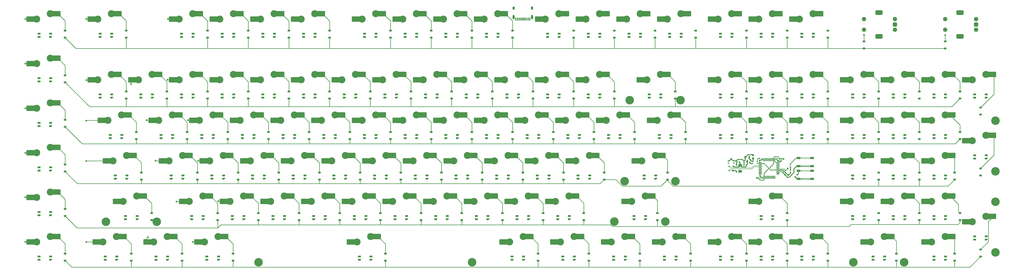
<source format=gbr>
%TF.GenerationSoftware,KiCad,Pcbnew,8.0.2*%
%TF.CreationDate,2024-05-15T22:30:45+02:00*%
%TF.ProjectId,micha_board,6d696368-615f-4626-9f61-72642e6b6963,rev?*%
%TF.SameCoordinates,Original*%
%TF.FileFunction,Copper,L2,Bot*%
%TF.FilePolarity,Positive*%
%FSLAX46Y46*%
G04 Gerber Fmt 4.6, Leading zero omitted, Abs format (unit mm)*
G04 Created by KiCad (PCBNEW 8.0.2) date 2024-05-15 22:30:45*
%MOMM*%
%LPD*%
G01*
G04 APERTURE LIST*
G04 Aperture macros list*
%AMRoundRect*
0 Rectangle with rounded corners*
0 $1 Rounding radius*
0 $2 $3 $4 $5 $6 $7 $8 $9 X,Y pos of 4 corners*
0 Add a 4 corners polygon primitive as box body*
4,1,4,$2,$3,$4,$5,$6,$7,$8,$9,$2,$3,0*
0 Add four circle primitives for the rounded corners*
1,1,$1+$1,$2,$3*
1,1,$1+$1,$4,$5*
1,1,$1+$1,$6,$7*
1,1,$1+$1,$8,$9*
0 Add four rect primitives between the rounded corners*
20,1,$1+$1,$2,$3,$4,$5,0*
20,1,$1+$1,$4,$5,$6,$7,0*
20,1,$1+$1,$6,$7,$8,$9,0*
20,1,$1+$1,$8,$9,$2,$3,0*%
%AMFreePoly0*
4,1,18,-0.410000,0.593000,-0.403758,0.624380,-0.385983,0.650983,-0.359380,0.668758,-0.328000,0.675000,0.328000,0.675000,0.359380,0.668758,0.385983,0.650983,0.403758,0.624380,0.410000,0.593000,0.410000,-0.593000,0.403758,-0.624380,0.385983,-0.650983,0.359380,-0.668758,0.328000,-0.675000,0.000000,-0.675000,-0.410000,-0.265000,-0.410000,0.593000,-0.410000,0.593000,$1*%
G04 Aperture macros list end*
%TA.AperFunction,SMDPad,CuDef*%
%ADD10R,0.600000X1.450000*%
%TD*%
%TA.AperFunction,SMDPad,CuDef*%
%ADD11R,0.300000X1.450000*%
%TD*%
%TA.AperFunction,ComponentPad*%
%ADD12O,1.000000X2.100000*%
%TD*%
%TA.AperFunction,ComponentPad*%
%ADD13O,1.000000X1.600000*%
%TD*%
%TA.AperFunction,ComponentPad*%
%ADD14C,2.000000*%
%TD*%
%TA.AperFunction,ComponentPad*%
%ADD15RoundRect,0.500000X0.500000X0.500000X-0.500000X0.500000X-0.500000X-0.500000X0.500000X-0.500000X0*%
%TD*%
%TA.AperFunction,ComponentPad*%
%ADD16RoundRect,0.550000X1.150000X0.550000X-1.150000X0.550000X-1.150000X-0.550000X1.150000X-0.550000X0*%
%TD*%
%TA.AperFunction,SMDPad,CuDef*%
%ADD17RoundRect,0.225000X0.375000X-0.225000X0.375000X0.225000X-0.375000X0.225000X-0.375000X-0.225000X0*%
%TD*%
%TA.AperFunction,ComponentPad*%
%ADD18C,4.000000*%
%TD*%
%TA.AperFunction,ComponentPad*%
%ADD19C,3.300000*%
%TD*%
%TA.AperFunction,SMDPad,CuDef*%
%ADD20R,1.650000X2.500000*%
%TD*%
%TA.AperFunction,SMDPad,CuDef*%
%ADD21RoundRect,0.250000X1.025000X1.000000X-1.025000X1.000000X-1.025000X-1.000000X1.025000X-1.000000X0*%
%TD*%
%TA.AperFunction,SMDPad,CuDef*%
%ADD22RoundRect,0.082000X0.593000X-0.328000X0.593000X0.328000X-0.593000X0.328000X-0.593000X-0.328000X0*%
%TD*%
%TA.AperFunction,SMDPad,CuDef*%
%ADD23FreePoly0,90.000000*%
%TD*%
%TA.AperFunction,SMDPad,CuDef*%
%ADD24RoundRect,0.140000X0.140000X0.170000X-0.140000X0.170000X-0.140000X-0.170000X0.140000X-0.170000X0*%
%TD*%
%TA.AperFunction,SMDPad,CuDef*%
%ADD25RoundRect,0.075000X0.662500X0.075000X-0.662500X0.075000X-0.662500X-0.075000X0.662500X-0.075000X0*%
%TD*%
%TA.AperFunction,SMDPad,CuDef*%
%ADD26RoundRect,0.075000X0.075000X0.662500X-0.075000X0.662500X-0.075000X-0.662500X0.075000X-0.662500X0*%
%TD*%
%TA.AperFunction,SMDPad,CuDef*%
%ADD27RoundRect,0.140000X0.170000X-0.140000X0.170000X0.140000X-0.170000X0.140000X-0.170000X-0.140000X0*%
%TD*%
%TA.AperFunction,SMDPad,CuDef*%
%ADD28R,1.700000X1.000000*%
%TD*%
%TA.AperFunction,SMDPad,CuDef*%
%ADD29R,1.000000X0.700000*%
%TD*%
%TA.AperFunction,SMDPad,CuDef*%
%ADD30R,0.600000X0.700000*%
%TD*%
%TA.AperFunction,SMDPad,CuDef*%
%ADD31RoundRect,0.140000X-0.140000X-0.170000X0.140000X-0.170000X0.140000X0.170000X-0.140000X0.170000X0*%
%TD*%
%TA.AperFunction,SMDPad,CuDef*%
%ADD32RoundRect,0.150000X-0.150000X0.587500X-0.150000X-0.587500X0.150000X-0.587500X0.150000X0.587500X0*%
%TD*%
%TA.AperFunction,SMDPad,CuDef*%
%ADD33RoundRect,0.135000X-0.185000X0.135000X-0.185000X-0.135000X0.185000X-0.135000X0.185000X0.135000X0*%
%TD*%
%TA.AperFunction,SMDPad,CuDef*%
%ADD34RoundRect,0.140000X-0.170000X0.140000X-0.170000X-0.140000X0.170000X-0.140000X0.170000X0.140000X0*%
%TD*%
%TA.AperFunction,SMDPad,CuDef*%
%ADD35RoundRect,0.250000X0.625000X-0.375000X0.625000X0.375000X-0.625000X0.375000X-0.625000X-0.375000X0*%
%TD*%
%TA.AperFunction,SMDPad,CuDef*%
%ADD36RoundRect,0.135000X0.185000X-0.135000X0.185000X0.135000X-0.185000X0.135000X-0.185000X-0.135000X0*%
%TD*%
%TA.AperFunction,SMDPad,CuDef*%
%ADD37RoundRect,0.225000X0.250000X-0.225000X0.250000X0.225000X-0.250000X0.225000X-0.250000X-0.225000X0*%
%TD*%
%TA.AperFunction,ViaPad*%
%ADD38C,0.800000*%
%TD*%
%TA.AperFunction,Conductor*%
%ADD39C,0.250000*%
%TD*%
%TA.AperFunction,Conductor*%
%ADD40C,0.400000*%
%TD*%
%TA.AperFunction,Conductor*%
%ADD41C,0.300000*%
%TD*%
%TA.AperFunction,Conductor*%
%ADD42C,0.200000*%
%TD*%
G04 APERTURE END LIST*
D10*
%TO.P,J1,A1,GND*%
%TO.N,GND*%
X258650000Y-35545000D03*
%TO.P,J1,A4,VBUS*%
%TO.N,VBUS*%
X259450000Y-35545000D03*
D11*
%TO.P,J1,A5,CC1*%
%TO.N,Net-(J1-CC1)*%
X260650000Y-35545000D03*
%TO.P,J1,A6,D+*%
%TO.N,D+*%
X261650000Y-35545000D03*
%TO.P,J1,A7,D-*%
%TO.N,D-*%
X262150000Y-35545000D03*
%TO.P,J1,A8,SBU1*%
%TO.N,unconnected-(J1-SBU1-PadA8)*%
X263150000Y-35545000D03*
D10*
%TO.P,J1,A9,VBUS*%
%TO.N,VBUS*%
X264350000Y-35545000D03*
%TO.P,J1,A12,GND*%
%TO.N,GND*%
X265150000Y-35545000D03*
%TO.P,J1,B1,GND*%
X265150000Y-35545000D03*
%TO.P,J1,B4,VBUS*%
%TO.N,VBUS*%
X264350000Y-35545000D03*
D11*
%TO.P,J1,B5,CC2*%
%TO.N,Net-(J1-CC2)*%
X263650000Y-35545000D03*
%TO.P,J1,B6,D+*%
%TO.N,D+*%
X262650000Y-35545000D03*
%TO.P,J1,B7,D-*%
%TO.N,D-*%
X261150000Y-35545000D03*
%TO.P,J1,B8,SBU2*%
%TO.N,unconnected-(J1-SBU2-PadB8)*%
X260150000Y-35545000D03*
D10*
%TO.P,J1,B9,VBUS*%
%TO.N,VBUS*%
X259450000Y-35545000D03*
%TO.P,J1,B12,GND*%
%TO.N,GND*%
X258650000Y-35545000D03*
D12*
%TO.P,J1,S1,SHIELD*%
X257580000Y-34630000D03*
D13*
X257580000Y-30450000D03*
D12*
X266220000Y-34630000D03*
D13*
X266220000Y-30450000D03*
%TD*%
D14*
%TO.P,SW2,A,A*%
%TO.N,ENC1_B*%
X474200000Y-40600000D03*
%TO.P,SW2,B,B*%
%TO.N,ENC1_A*%
X474200000Y-35600000D03*
D15*
%TO.P,SW2,C,C*%
%TO.N,GND*%
X474200000Y-38100000D03*
D16*
%TO.P,SW2,MP*%
%TO.N,N/C*%
X466700000Y-43700000D03*
X466700000Y-32500000D03*
D14*
%TO.P,SW2,S1,S1*%
%TO.N,COL19*%
X459700000Y-35600000D03*
%TO.P,SW2,S2,S2*%
%TO.N,Net-(D112-A)*%
X459700000Y-40600000D03*
%TD*%
%TO.P,SW1,A,A*%
%TO.N,ENC0_B*%
X436200000Y-40600000D03*
%TO.P,SW1,B,B*%
%TO.N,ENC0_A*%
X436200000Y-35600000D03*
D15*
%TO.P,SW1,C,C*%
%TO.N,GND*%
X436200000Y-38100000D03*
D16*
%TO.P,SW1,MP*%
%TO.N,N/C*%
X428700000Y-43700000D03*
X428700000Y-32500000D03*
D14*
%TO.P,SW1,S1,S1*%
%TO.N,COL17*%
X421700000Y-35600000D03*
%TO.P,SW1,S2,S2*%
%TO.N,Net-(D111-A)*%
X421700000Y-40600000D03*
%TD*%
D17*
%TO.P,D112,1,K*%
%TO.N,ROW0*%
X459700000Y-49350000D03*
%TO.P,D112,2,A*%
%TO.N,Net-(D112-A)*%
X459700000Y-46050000D03*
%TD*%
%TO.P,D111,1,K*%
%TO.N,ROW0*%
X421700000Y-49350000D03*
%TO.P,D111,2,A*%
%TO.N,Net-(D111-A)*%
X421700000Y-46050000D03*
%TD*%
D18*
%TO.P,S8,*%
%TO.N,*%
X335756250Y-73660000D03*
X311943750Y-73660000D03*
%TD*%
%TO.P,S4,*%
%TO.N,*%
X328612500Y-130730625D03*
X304800000Y-130730625D03*
%TD*%
%TO.P,S7,*%
%TO.N,*%
X483235000Y-83343750D03*
X483235000Y-107156250D03*
%TD*%
%TO.P,S6,*%
%TO.N,*%
X483235000Y-121443750D03*
X483235000Y-145256250D03*
%TD*%
%TO.P,S5,*%
%TO.N,*%
X440531250Y-149860000D03*
X416718750Y-149860000D03*
%TD*%
%TO.P,S3,*%
%TO.N,*%
X333375000Y-111760000D03*
X309562500Y-111760000D03*
%TD*%
%TO.P,S2,*%
%TO.N,*%
X90487500Y-130810000D03*
X66675000Y-130810000D03*
%TD*%
%TO.P,S1,*%
%TO.N,*%
X238125000Y-149860000D03*
X138112500Y-149860000D03*
%TD*%
D19*
%TO.P,MX110,1,1*%
%TO.N,COL19*%
X453390000Y-140335000D03*
D20*
X451565000Y-140335000D03*
D21*
X449840000Y-140335000D03*
%TO.P,MX110,2,2*%
%TO.N,Net-(D110-A)*%
X463290000Y-137795000D03*
D20*
X461540000Y-137795000D03*
D19*
X459740000Y-137795000D03*
%TD*%
%TO.P,MX109,1,1*%
%TO.N,COL17*%
X424815000Y-140335000D03*
D20*
X422990000Y-140335000D03*
D21*
X421265000Y-140335000D03*
%TO.P,MX109,2,2*%
%TO.N,Net-(D109-A)*%
X434715000Y-137795000D03*
D20*
X432965000Y-137795000D03*
D19*
X431165000Y-137795000D03*
%TD*%
%TO.P,MX108,1,1*%
%TO.N,COL16*%
X391477500Y-140335000D03*
D20*
X389652500Y-140335000D03*
D21*
X387927500Y-140335000D03*
%TO.P,MX108,2,2*%
%TO.N,Net-(D108-A)*%
X401377500Y-137795000D03*
D20*
X399627500Y-137795000D03*
D19*
X397827500Y-137795000D03*
%TD*%
%TO.P,MX107,1,1*%
%TO.N,COL15*%
X372427500Y-140335000D03*
D20*
X370602500Y-140335000D03*
D21*
X368877500Y-140335000D03*
%TO.P,MX107,2,2*%
%TO.N,Net-(D107-A)*%
X382327500Y-137795000D03*
D20*
X380577500Y-137795000D03*
D19*
X378777500Y-137795000D03*
%TD*%
%TO.P,MX106,1,1*%
%TO.N,COL14*%
X353377500Y-140335000D03*
D20*
X351552500Y-140335000D03*
D21*
X349827500Y-140335000D03*
%TO.P,MX106,2,2*%
%TO.N,Net-(D106-A)*%
X363277500Y-137795000D03*
D20*
X361527500Y-137795000D03*
D19*
X359727500Y-137795000D03*
%TD*%
%TO.P,MX105,1,1*%
%TO.N,COL13*%
X327183750Y-140335000D03*
D20*
X325358750Y-140335000D03*
D21*
X323633750Y-140335000D03*
%TO.P,MX105,2,2*%
%TO.N,Net-(D105-A)*%
X337083750Y-137795000D03*
D20*
X335333750Y-137795000D03*
D19*
X333533750Y-137795000D03*
%TD*%
%TO.P,MX104,1,1*%
%TO.N,COL12*%
X303371250Y-140335000D03*
D20*
X301546250Y-140335000D03*
D21*
X299821250Y-140335000D03*
%TO.P,MX104,2,2*%
%TO.N,Net-(D104-A)*%
X313271250Y-137795000D03*
D20*
X311521250Y-137795000D03*
D19*
X309721250Y-137795000D03*
%TD*%
%TO.P,MX103,1,1*%
%TO.N,COL10*%
X279558750Y-140335000D03*
D20*
X277733750Y-140335000D03*
D21*
X276008750Y-140335000D03*
%TO.P,MX103,2,2*%
%TO.N,Net-(D103-A)*%
X289458750Y-137795000D03*
D20*
X287708750Y-137795000D03*
D19*
X285908750Y-137795000D03*
%TD*%
%TO.P,MX102,1,1*%
%TO.N,COL09*%
X255746250Y-140335000D03*
D20*
X253921250Y-140335000D03*
D21*
X252196250Y-140335000D03*
%TO.P,MX102,2,2*%
%TO.N,Net-(D102-A)*%
X265646250Y-137795000D03*
D20*
X263896250Y-137795000D03*
D19*
X262096250Y-137795000D03*
%TD*%
%TO.P,MX101,1,1*%
%TO.N,COL05*%
X184308750Y-140335000D03*
D20*
X182483750Y-140335000D03*
D21*
X180758750Y-140335000D03*
%TO.P,MX101,2,2*%
%TO.N,Net-(D101-A)*%
X194208750Y-137795000D03*
D20*
X192458750Y-137795000D03*
D19*
X190658750Y-137795000D03*
%TD*%
%TO.P,MX100,1,1*%
%TO.N,COL02*%
X112871250Y-140335000D03*
D20*
X111046250Y-140335000D03*
D21*
X109321250Y-140335000D03*
%TO.P,MX100,2,2*%
%TO.N,Net-(D100-A)*%
X122771250Y-137795000D03*
D20*
X121021250Y-137795000D03*
D19*
X119221250Y-137795000D03*
%TD*%
%TO.P,MX99,1,1*%
%TO.N,Net-(MX20-Pad1)*%
X89058750Y-140335000D03*
D20*
X87233750Y-140335000D03*
D21*
X85508750Y-140335000D03*
%TO.P,MX99,2,2*%
%TO.N,Net-(D99-A)*%
X98958750Y-137795000D03*
D20*
X97208750Y-137795000D03*
D19*
X95408750Y-137795000D03*
%TD*%
%TO.P,MX98,1,1*%
%TO.N,COL01*%
X65246250Y-140335000D03*
D20*
X63421250Y-140335000D03*
D21*
X61696250Y-140335000D03*
%TO.P,MX98,2,2*%
%TO.N,Net-(D98-A)*%
X75146250Y-137795000D03*
D20*
X73396250Y-137795000D03*
D19*
X71596250Y-137795000D03*
%TD*%
%TO.P,MX97,1,1*%
%TO.N,COL00*%
X34290000Y-140335000D03*
D20*
X32465000Y-140335000D03*
D21*
X30740000Y-140335000D03*
%TO.P,MX97,2,2*%
%TO.N,Net-(D97-A)*%
X44190000Y-137795000D03*
D20*
X42440000Y-137795000D03*
D19*
X40640000Y-137795000D03*
%TD*%
%TO.P,MX96,1,1*%
%TO.N,COL08*%
X472440000Y-130810000D03*
D20*
X470615000Y-130810000D03*
D21*
X468890000Y-130810000D03*
%TO.P,MX96,2,2*%
%TO.N,Net-(D96-A)*%
X482340000Y-128270000D03*
D20*
X480590000Y-128270000D03*
D19*
X478790000Y-128270000D03*
%TD*%
%TO.P,MX95,1,1*%
%TO.N,COL19*%
X453390000Y-121285000D03*
D20*
X451565000Y-121285000D03*
D21*
X449840000Y-121285000D03*
%TO.P,MX95,2,2*%
%TO.N,Net-(D95-A)*%
X463290000Y-118745000D03*
D20*
X461540000Y-118745000D03*
D19*
X459740000Y-118745000D03*
%TD*%
%TO.P,MX94,1,1*%
%TO.N,COL14*%
X434340000Y-121285000D03*
D20*
X432515000Y-121285000D03*
D21*
X430790000Y-121285000D03*
%TO.P,MX94,2,2*%
%TO.N,Net-(D94-A)*%
X444240000Y-118745000D03*
D20*
X442490000Y-118745000D03*
D19*
X440690000Y-118745000D03*
%TD*%
%TO.P,MX93,1,1*%
%TO.N,COL17*%
X415290000Y-121285000D03*
D20*
X413465000Y-121285000D03*
D21*
X411740000Y-121285000D03*
%TO.P,MX93,2,2*%
%TO.N,Net-(D93-A)*%
X425190000Y-118745000D03*
D20*
X423440000Y-118745000D03*
D19*
X421640000Y-118745000D03*
%TD*%
%TO.P,MX92,1,1*%
%TO.N,COL15*%
X372427500Y-121285000D03*
D20*
X370602500Y-121285000D03*
D21*
X368877500Y-121285000D03*
%TO.P,MX92,2,2*%
%TO.N,Net-(D92-A)*%
X382327500Y-118745000D03*
D20*
X380577500Y-118745000D03*
D19*
X378777500Y-118745000D03*
%TD*%
%TO.P,MX91,1,1*%
%TO.N,COL13*%
X312896250Y-121285000D03*
D20*
X311071250Y-121285000D03*
D21*
X309346250Y-121285000D03*
%TO.P,MX91,2,2*%
%TO.N,Net-(D91-A)*%
X322796250Y-118745000D03*
D20*
X321046250Y-118745000D03*
D19*
X319246250Y-118745000D03*
%TD*%
%TO.P,MX90,1,1*%
%TO.N,COL10*%
X277177500Y-121285000D03*
D20*
X275352500Y-121285000D03*
D21*
X273627500Y-121285000D03*
%TO.P,MX90,2,2*%
%TO.N,Net-(D90-A)*%
X287077500Y-118745000D03*
D20*
X285327500Y-118745000D03*
D19*
X283527500Y-118745000D03*
%TD*%
%TO.P,MX89,1,1*%
%TO.N,COL09*%
X258127500Y-121285000D03*
D20*
X256302500Y-121285000D03*
D21*
X254577500Y-121285000D03*
%TO.P,MX89,2,2*%
%TO.N,Net-(D89-A)*%
X268027500Y-118745000D03*
D20*
X266277500Y-118745000D03*
D19*
X264477500Y-118745000D03*
%TD*%
%TO.P,MX88,1,1*%
%TO.N,COL08*%
X239077500Y-121285000D03*
D20*
X237252500Y-121285000D03*
D21*
X235527500Y-121285000D03*
%TO.P,MX88,2,2*%
%TO.N,Net-(D88-A)*%
X248977500Y-118745000D03*
D20*
X247227500Y-118745000D03*
D19*
X245427500Y-118745000D03*
%TD*%
%TO.P,MX87,1,1*%
%TO.N,COL07*%
X220027500Y-121285000D03*
D20*
X218202500Y-121285000D03*
D21*
X216477500Y-121285000D03*
%TO.P,MX87,2,2*%
%TO.N,Net-(D87-A)*%
X229927500Y-118745000D03*
D20*
X228177500Y-118745000D03*
D19*
X226377500Y-118745000D03*
%TD*%
%TO.P,MX86,1,1*%
%TO.N,COL06*%
X200977500Y-121285000D03*
D20*
X199152500Y-121285000D03*
D21*
X197427500Y-121285000D03*
%TO.P,MX86,2,2*%
%TO.N,Net-(D86-A)*%
X210877500Y-118745000D03*
D20*
X209127500Y-118745000D03*
D19*
X207327500Y-118745000D03*
%TD*%
%TO.P,MX85,1,1*%
%TO.N,COL05*%
X181927500Y-121285000D03*
D20*
X180102500Y-121285000D03*
D21*
X178377500Y-121285000D03*
%TO.P,MX85,2,2*%
%TO.N,Net-(D85-A)*%
X191827500Y-118745000D03*
D20*
X190077500Y-118745000D03*
D19*
X188277500Y-118745000D03*
%TD*%
%TO.P,MX84,1,1*%
%TO.N,COL04*%
X162877500Y-121285000D03*
D20*
X161052500Y-121285000D03*
D21*
X159327500Y-121285000D03*
%TO.P,MX84,2,2*%
%TO.N,Net-(D84-A)*%
X172777500Y-118745000D03*
D20*
X171027500Y-118745000D03*
D19*
X169227500Y-118745000D03*
%TD*%
%TO.P,MX83,1,1*%
%TO.N,COL03*%
X143827500Y-121285000D03*
D20*
X142002500Y-121285000D03*
D21*
X140277500Y-121285000D03*
%TO.P,MX83,2,2*%
%TO.N,Net-(D83-A)*%
X153727500Y-118745000D03*
D20*
X151977500Y-118745000D03*
D19*
X150177500Y-118745000D03*
%TD*%
%TO.P,MX82,1,1*%
%TO.N,COL02*%
X124777500Y-121285000D03*
D20*
X122952500Y-121285000D03*
D21*
X121227500Y-121285000D03*
%TO.P,MX82,2,2*%
%TO.N,Net-(D82-A)*%
X134677500Y-118745000D03*
D20*
X132927500Y-118745000D03*
D19*
X131127500Y-118745000D03*
%TD*%
%TO.P,MX81,1,1*%
%TO.N,Net-(MX20-Pad1)*%
X105727500Y-121285000D03*
D20*
X103902500Y-121285000D03*
D21*
X102177500Y-121285000D03*
%TO.P,MX81,2,2*%
%TO.N,Net-(D81-A)*%
X115627500Y-118745000D03*
D20*
X113877500Y-118745000D03*
D19*
X112077500Y-118745000D03*
%TD*%
%TO.P,MX80,1,1*%
%TO.N,COL01*%
X74771250Y-121285000D03*
D20*
X72946250Y-121285000D03*
D21*
X71221250Y-121285000D03*
%TO.P,MX80,2,2*%
%TO.N,Net-(D80-A)*%
X84671250Y-118745000D03*
D20*
X82921250Y-118745000D03*
D19*
X81121250Y-118745000D03*
%TD*%
%TO.P,MX79,1,1*%
%TO.N,COL00*%
X34290000Y-119380000D03*
D20*
X32465000Y-119380000D03*
D21*
X30740000Y-119380000D03*
%TO.P,MX79,2,2*%
%TO.N,Net-(D79-A)*%
X44190000Y-116840000D03*
D20*
X42440000Y-116840000D03*
D19*
X40640000Y-116840000D03*
%TD*%
%TO.P,MX78,1,1*%
%TO.N,COL19*%
X453390000Y-102235000D03*
D20*
X451565000Y-102235000D03*
D21*
X449840000Y-102235000D03*
%TO.P,MX78,2,2*%
%TO.N,Net-(D78-A)*%
X463290000Y-99695000D03*
D20*
X461540000Y-99695000D03*
D19*
X459740000Y-99695000D03*
%TD*%
%TO.P,MX77,1,1*%
%TO.N,COL14*%
X434340000Y-102235000D03*
D20*
X432515000Y-102235000D03*
D21*
X430790000Y-102235000D03*
%TO.P,MX77,2,2*%
%TO.N,Net-(D77-A)*%
X444240000Y-99695000D03*
D20*
X442490000Y-99695000D03*
D19*
X440690000Y-99695000D03*
%TD*%
%TO.P,MX76,1,1*%
%TO.N,COL17*%
X415290000Y-102235000D03*
D20*
X413465000Y-102235000D03*
D21*
X411740000Y-102235000D03*
%TO.P,MX76,2,2*%
%TO.N,Net-(D76-A)*%
X425190000Y-99695000D03*
D20*
X423440000Y-99695000D03*
D19*
X421640000Y-99695000D03*
%TD*%
%TO.P,MX75,1,1*%
%TO.N,COL13*%
X317658750Y-102235000D03*
D20*
X315833750Y-102235000D03*
D21*
X314108750Y-102235000D03*
%TO.P,MX75,2,2*%
%TO.N,Net-(D75-A)*%
X327558750Y-99695000D03*
D20*
X325808750Y-99695000D03*
D19*
X324008750Y-99695000D03*
%TD*%
%TO.P,MX74,1,1*%
%TO.N,COL11*%
X286702500Y-102235000D03*
D20*
X284877500Y-102235000D03*
D21*
X283152500Y-102235000D03*
%TO.P,MX74,2,2*%
%TO.N,Net-(D74-A)*%
X296602500Y-99695000D03*
D20*
X294852500Y-99695000D03*
D19*
X293052500Y-99695000D03*
%TD*%
%TO.P,MX73,1,1*%
%TO.N,COL10*%
X267652500Y-102235000D03*
D20*
X265827500Y-102235000D03*
D21*
X264102500Y-102235000D03*
%TO.P,MX73,2,2*%
%TO.N,Net-(D73-A)*%
X277552500Y-99695000D03*
D20*
X275802500Y-99695000D03*
D19*
X274002500Y-99695000D03*
%TD*%
%TO.P,MX72,1,1*%
%TO.N,COL09*%
X248602500Y-102235000D03*
D20*
X246777500Y-102235000D03*
D21*
X245052500Y-102235000D03*
%TO.P,MX72,2,2*%
%TO.N,Net-(D72-A)*%
X258502500Y-99695000D03*
D20*
X256752500Y-99695000D03*
D19*
X254952500Y-99695000D03*
%TD*%
%TO.P,MX71,1,1*%
%TO.N,COL08*%
X229552500Y-102235000D03*
D20*
X227727500Y-102235000D03*
D21*
X226002500Y-102235000D03*
%TO.P,MX71,2,2*%
%TO.N,Net-(D71-A)*%
X239452500Y-99695000D03*
D20*
X237702500Y-99695000D03*
D19*
X235902500Y-99695000D03*
%TD*%
%TO.P,MX70,1,1*%
%TO.N,COL07*%
X210502500Y-102235000D03*
D20*
X208677500Y-102235000D03*
D21*
X206952500Y-102235000D03*
%TO.P,MX70,2,2*%
%TO.N,Net-(D70-A)*%
X220402500Y-99695000D03*
D20*
X218652500Y-99695000D03*
D19*
X216852500Y-99695000D03*
%TD*%
%TO.P,MX69,1,1*%
%TO.N,COL06*%
X191452500Y-102235000D03*
D20*
X189627500Y-102235000D03*
D21*
X187902500Y-102235000D03*
%TO.P,MX69,2,2*%
%TO.N,Net-(D69-A)*%
X201352500Y-99695000D03*
D20*
X199602500Y-99695000D03*
D19*
X197802500Y-99695000D03*
%TD*%
%TO.P,MX68,1,1*%
%TO.N,COL05*%
X172402500Y-102235000D03*
D20*
X170577500Y-102235000D03*
D21*
X168852500Y-102235000D03*
%TO.P,MX68,2,2*%
%TO.N,Net-(D68-A)*%
X182302500Y-99695000D03*
D20*
X180552500Y-99695000D03*
D19*
X178752500Y-99695000D03*
%TD*%
%TO.P,MX67,1,1*%
%TO.N,COL04*%
X153352500Y-102235000D03*
D20*
X151527500Y-102235000D03*
D21*
X149802500Y-102235000D03*
%TO.P,MX67,2,2*%
%TO.N,Net-(D67-A)*%
X163252500Y-99695000D03*
D20*
X161502500Y-99695000D03*
D19*
X159702500Y-99695000D03*
%TD*%
%TO.P,MX66,1,1*%
%TO.N,COL03*%
X134302500Y-102235000D03*
D20*
X132477500Y-102235000D03*
D21*
X130752500Y-102235000D03*
%TO.P,MX66,2,2*%
%TO.N,Net-(D66-A)*%
X144202500Y-99695000D03*
D20*
X142452500Y-99695000D03*
D19*
X140652500Y-99695000D03*
%TD*%
%TO.P,MX65,1,1*%
%TO.N,COL02*%
X115252500Y-102235000D03*
D20*
X113427500Y-102235000D03*
D21*
X111702500Y-102235000D03*
%TO.P,MX65,2,2*%
%TO.N,Net-(D65-A)*%
X125152500Y-99695000D03*
D20*
X123402500Y-99695000D03*
D19*
X121602500Y-99695000D03*
%TD*%
%TO.P,MX64,1,1*%
%TO.N,Net-(MX20-Pad1)*%
X96202500Y-102235000D03*
D20*
X94377500Y-102235000D03*
D21*
X92652500Y-102235000D03*
%TO.P,MX64,2,2*%
%TO.N,Net-(D64-A)*%
X106102500Y-99695000D03*
D20*
X104352500Y-99695000D03*
D19*
X102552500Y-99695000D03*
%TD*%
%TO.P,MX63,1,1*%
%TO.N,COL01*%
X70008750Y-102235000D03*
D20*
X68183750Y-102235000D03*
D21*
X66458750Y-102235000D03*
%TO.P,MX63,2,2*%
%TO.N,Net-(D63-A)*%
X79908750Y-99695000D03*
D20*
X78158750Y-99695000D03*
D19*
X76358750Y-99695000D03*
%TD*%
%TO.P,MX62,1,1*%
%TO.N,COL00*%
X34290000Y-98425000D03*
D20*
X32465000Y-98425000D03*
D21*
X30740000Y-98425000D03*
%TO.P,MX62,2,2*%
%TO.N,Net-(D62-A)*%
X44190000Y-95885000D03*
D20*
X42440000Y-95885000D03*
D19*
X40640000Y-95885000D03*
%TD*%
%TO.P,MX61,1,1*%
%TO.N,COL07*%
X472440000Y-92710000D03*
D20*
X470615000Y-92710000D03*
D21*
X468890000Y-92710000D03*
%TO.P,MX61,2,2*%
%TO.N,Net-(D61-A)*%
X482340000Y-90170000D03*
D20*
X480590000Y-90170000D03*
D19*
X478790000Y-90170000D03*
%TD*%
%TO.P,MX60,1,1*%
%TO.N,COL19*%
X453390000Y-83185000D03*
D20*
X451565000Y-83185000D03*
D21*
X449840000Y-83185000D03*
%TO.P,MX60,2,2*%
%TO.N,Net-(D60-A)*%
X463290000Y-80645000D03*
D20*
X461540000Y-80645000D03*
D19*
X459740000Y-80645000D03*
%TD*%
%TO.P,MX59,1,1*%
%TO.N,COL16*%
X434340000Y-83185000D03*
D20*
X432515000Y-83185000D03*
D21*
X430790000Y-83185000D03*
%TO.P,MX59,2,2*%
%TO.N,Net-(D59-A)*%
X444240000Y-80645000D03*
D20*
X442490000Y-80645000D03*
D19*
X440690000Y-80645000D03*
%TD*%
%TO.P,MX58,1,1*%
%TO.N,COL17*%
X415290000Y-83185000D03*
D20*
X413465000Y-83185000D03*
D21*
X411740000Y-83185000D03*
%TO.P,MX58,2,2*%
%TO.N,Net-(D58-A)*%
X425190000Y-80645000D03*
D20*
X423440000Y-80645000D03*
D19*
X421640000Y-80645000D03*
%TD*%
%TO.P,MX57,1,1*%
%TO.N,COL16*%
X391477500Y-83185000D03*
D20*
X389652500Y-83185000D03*
D21*
X387927500Y-83185000D03*
%TO.P,MX57,2,2*%
%TO.N,Net-(D57-A)*%
X401377500Y-80645000D03*
D20*
X399627500Y-80645000D03*
D19*
X397827500Y-80645000D03*
%TD*%
%TO.P,MX56,1,1*%
%TO.N,COL15*%
X372427500Y-83185000D03*
D20*
X370602500Y-83185000D03*
D21*
X368877500Y-83185000D03*
%TO.P,MX56,2,2*%
%TO.N,Net-(D56-A)*%
X382327500Y-80645000D03*
D20*
X380577500Y-80645000D03*
D19*
X378777500Y-80645000D03*
%TD*%
%TO.P,MX55,1,1*%
%TO.N,COL14*%
X353377500Y-83185000D03*
D20*
X351552500Y-83185000D03*
D21*
X349827500Y-83185000D03*
%TO.P,MX55,2,2*%
%TO.N,Net-(D55-A)*%
X363277500Y-80645000D03*
D20*
X361527500Y-80645000D03*
D19*
X359727500Y-80645000D03*
%TD*%
%TO.P,MX53,1,1*%
%TO.N,COL12*%
X300990000Y-83185000D03*
D20*
X299165000Y-83185000D03*
D21*
X297440000Y-83185000D03*
%TO.P,MX53,2,2*%
%TO.N,Net-(D53-A)*%
X310890000Y-80645000D03*
D20*
X309140000Y-80645000D03*
D19*
X307340000Y-80645000D03*
%TD*%
%TO.P,MX52,1,1*%
%TO.N,COL11*%
X281940000Y-83185000D03*
D20*
X280115000Y-83185000D03*
D21*
X278390000Y-83185000D03*
%TO.P,MX52,2,2*%
%TO.N,Net-(D52-A)*%
X291840000Y-80645000D03*
D20*
X290090000Y-80645000D03*
D19*
X288290000Y-80645000D03*
%TD*%
%TO.P,MX51,1,1*%
%TO.N,COL10*%
X262890000Y-83185000D03*
D20*
X261065000Y-83185000D03*
D21*
X259340000Y-83185000D03*
%TO.P,MX51,2,2*%
%TO.N,Net-(D51-A)*%
X272790000Y-80645000D03*
D20*
X271040000Y-80645000D03*
D19*
X269240000Y-80645000D03*
%TD*%
%TO.P,MX50,1,1*%
%TO.N,COL09*%
X243840000Y-83185000D03*
D20*
X242015000Y-83185000D03*
D21*
X240290000Y-83185000D03*
%TO.P,MX50,2,2*%
%TO.N,Net-(D50-A)*%
X253740000Y-80645000D03*
D20*
X251990000Y-80645000D03*
D19*
X250190000Y-80645000D03*
%TD*%
%TO.P,MX49,1,1*%
%TO.N,COL08*%
X224790000Y-83185000D03*
D20*
X222965000Y-83185000D03*
D21*
X221240000Y-83185000D03*
%TO.P,MX49,2,2*%
%TO.N,Net-(D49-A)*%
X234690000Y-80645000D03*
D20*
X232940000Y-80645000D03*
D19*
X231140000Y-80645000D03*
%TD*%
%TO.P,MX48,1,1*%
%TO.N,COL07*%
X205740000Y-83185000D03*
D20*
X203915000Y-83185000D03*
D21*
X202190000Y-83185000D03*
%TO.P,MX48,2,2*%
%TO.N,Net-(D48-A)*%
X215640000Y-80645000D03*
D20*
X213890000Y-80645000D03*
D19*
X212090000Y-80645000D03*
%TD*%
%TO.P,MX47,1,1*%
%TO.N,COL06*%
X186690000Y-83185000D03*
D20*
X184865000Y-83185000D03*
D21*
X183140000Y-83185000D03*
%TO.P,MX47,2,2*%
%TO.N,Net-(D47-A)*%
X196590000Y-80645000D03*
D20*
X194840000Y-80645000D03*
D19*
X193040000Y-80645000D03*
%TD*%
%TO.P,MX46,1,1*%
%TO.N,COL05*%
X167640000Y-83185000D03*
D20*
X165815000Y-83185000D03*
D21*
X164090000Y-83185000D03*
%TO.P,MX46,2,2*%
%TO.N,Net-(D46-A)*%
X177540000Y-80645000D03*
D20*
X175790000Y-80645000D03*
D19*
X173990000Y-80645000D03*
%TD*%
%TO.P,MX45,1,1*%
%TO.N,COL04*%
X148590000Y-83185000D03*
D20*
X146765000Y-83185000D03*
D21*
X145040000Y-83185000D03*
%TO.P,MX45,2,2*%
%TO.N,Net-(D45-A)*%
X158490000Y-80645000D03*
D20*
X156740000Y-80645000D03*
D19*
X154940000Y-80645000D03*
%TD*%
%TO.P,MX44,1,1*%
%TO.N,COL03*%
X129540000Y-83185000D03*
D20*
X127715000Y-83185000D03*
D21*
X125990000Y-83185000D03*
%TO.P,MX44,2,2*%
%TO.N,Net-(D44-A)*%
X139440000Y-80645000D03*
D20*
X137690000Y-80645000D03*
D19*
X135890000Y-80645000D03*
%TD*%
%TO.P,MX43,1,1*%
%TO.N,COL02*%
X110490000Y-83185000D03*
D20*
X108665000Y-83185000D03*
D21*
X106940000Y-83185000D03*
%TO.P,MX43,2,2*%
%TO.N,Net-(D43-A)*%
X120390000Y-80645000D03*
D20*
X118640000Y-80645000D03*
D19*
X116840000Y-80645000D03*
%TD*%
%TO.P,MX42,1,1*%
%TO.N,Net-(MX20-Pad1)*%
X91440000Y-83185000D03*
D20*
X89615000Y-83185000D03*
D21*
X87890000Y-83185000D03*
%TO.P,MX42,2,2*%
%TO.N,Net-(D42-A)*%
X101340000Y-80645000D03*
D20*
X99590000Y-80645000D03*
D19*
X97790000Y-80645000D03*
%TD*%
%TO.P,MX41,1,1*%
%TO.N,COL01*%
X67627500Y-83185000D03*
D20*
X65802500Y-83185000D03*
D21*
X64077500Y-83185000D03*
%TO.P,MX41,2,2*%
%TO.N,Net-(D41-A)*%
X77527500Y-80645000D03*
D20*
X75777500Y-80645000D03*
D19*
X73977500Y-80645000D03*
%TD*%
%TO.P,MX40,1,1*%
%TO.N,COL00*%
X34290000Y-77470000D03*
D20*
X32465000Y-77470000D03*
D21*
X30740000Y-77470000D03*
%TO.P,MX40,2,2*%
%TO.N,Net-(D40-A)*%
X44190000Y-74930000D03*
D20*
X42440000Y-74930000D03*
D19*
X40640000Y-74930000D03*
%TD*%
%TO.P,MX39,1,1*%
%TO.N,COL06*%
X472440000Y-64135000D03*
D20*
X470615000Y-64135000D03*
D21*
X468890000Y-64135000D03*
%TO.P,MX39,2,2*%
%TO.N,Net-(D39-A)*%
X482340000Y-61595000D03*
D20*
X480590000Y-61595000D03*
D19*
X478790000Y-61595000D03*
%TD*%
%TO.P,MX38,1,1*%
%TO.N,COL19*%
X453390000Y-64135000D03*
D20*
X451565000Y-64135000D03*
D21*
X449840000Y-64135000D03*
%TO.P,MX38,2,2*%
%TO.N,Net-(D38-A)*%
X463290000Y-61595000D03*
D20*
X461540000Y-61595000D03*
D19*
X459740000Y-61595000D03*
%TD*%
%TO.P,MX37,1,1*%
%TO.N,COL16*%
X434340000Y-64135000D03*
D20*
X432515000Y-64135000D03*
D21*
X430790000Y-64135000D03*
%TO.P,MX37,2,2*%
%TO.N,Net-(D37-A)*%
X444240000Y-61595000D03*
D20*
X442490000Y-61595000D03*
D19*
X440690000Y-61595000D03*
%TD*%
%TO.P,MX36,1,1*%
%TO.N,COL17*%
X415290000Y-64135000D03*
D20*
X413465000Y-64135000D03*
D21*
X411740000Y-64135000D03*
%TO.P,MX36,2,2*%
%TO.N,Net-(D36-A)*%
X425190000Y-61595000D03*
D20*
X423440000Y-61595000D03*
D19*
X421640000Y-61595000D03*
%TD*%
%TO.P,MX35,1,1*%
%TO.N,COL16*%
X391477500Y-64135000D03*
D20*
X389652500Y-64135000D03*
D21*
X387927500Y-64135000D03*
%TO.P,MX35,2,2*%
%TO.N,Net-(D35-A)*%
X401377500Y-61595000D03*
D20*
X399627500Y-61595000D03*
D19*
X397827500Y-61595000D03*
%TD*%
%TO.P,MX34,1,1*%
%TO.N,COL15*%
X372427500Y-64135000D03*
D20*
X370602500Y-64135000D03*
D21*
X368877500Y-64135000D03*
%TO.P,MX34,2,2*%
%TO.N,Net-(D34-A)*%
X382327500Y-61595000D03*
D20*
X380577500Y-61595000D03*
D19*
X378777500Y-61595000D03*
%TD*%
%TO.P,MX33,1,1*%
%TO.N,COL14*%
X353377500Y-64135000D03*
D20*
X351552500Y-64135000D03*
D21*
X349827500Y-64135000D03*
%TO.P,MX33,2,2*%
%TO.N,Net-(D33-A)*%
X363277500Y-61595000D03*
D20*
X361527500Y-61595000D03*
D19*
X359727500Y-61595000D03*
%TD*%
%TO.P,MX32,1,1*%
%TO.N,COL13*%
X320040000Y-64135000D03*
D20*
X318215000Y-64135000D03*
D21*
X316490000Y-64135000D03*
%TO.P,MX32,2,2*%
%TO.N,Net-(D32-A)*%
X329940000Y-61595000D03*
D20*
X328190000Y-61595000D03*
D19*
X326390000Y-61595000D03*
%TD*%
%TO.P,MX31,1,1*%
%TO.N,COL12*%
X291465000Y-64135000D03*
D20*
X289640000Y-64135000D03*
D21*
X287915000Y-64135000D03*
%TO.P,MX31,2,2*%
%TO.N,Net-(D31-A)*%
X301365000Y-61595000D03*
D20*
X299615000Y-61595000D03*
D19*
X297815000Y-61595000D03*
%TD*%
%TO.P,MX30,1,1*%
%TO.N,COL11*%
X272415000Y-64135000D03*
D20*
X270590000Y-64135000D03*
D21*
X268865000Y-64135000D03*
%TO.P,MX30,2,2*%
%TO.N,Net-(D30-A)*%
X282315000Y-61595000D03*
D20*
X280565000Y-61595000D03*
D19*
X278765000Y-61595000D03*
%TD*%
%TO.P,MX29,1,1*%
%TO.N,COL10*%
X253365000Y-64135000D03*
D20*
X251540000Y-64135000D03*
D21*
X249815000Y-64135000D03*
%TO.P,MX29,2,2*%
%TO.N,Net-(D29-A)*%
X263265000Y-61595000D03*
D20*
X261515000Y-61595000D03*
D19*
X259715000Y-61595000D03*
%TD*%
%TO.P,MX28,1,1*%
%TO.N,COL09*%
X234315000Y-64135000D03*
D20*
X232490000Y-64135000D03*
D21*
X230765000Y-64135000D03*
%TO.P,MX28,2,2*%
%TO.N,Net-(D28-A)*%
X244215000Y-61595000D03*
D20*
X242465000Y-61595000D03*
D19*
X240665000Y-61595000D03*
%TD*%
%TO.P,MX27,1,1*%
%TO.N,COL08*%
X215265000Y-64135000D03*
D20*
X213440000Y-64135000D03*
D21*
X211715000Y-64135000D03*
%TO.P,MX27,2,2*%
%TO.N,Net-(D27-A)*%
X225165000Y-61595000D03*
D20*
X223415000Y-61595000D03*
D19*
X221615000Y-61595000D03*
%TD*%
%TO.P,MX26,1,1*%
%TO.N,COL07*%
X196215000Y-64135000D03*
D20*
X194390000Y-64135000D03*
D21*
X192665000Y-64135000D03*
%TO.P,MX26,2,2*%
%TO.N,Net-(D26-A)*%
X206115000Y-61595000D03*
D20*
X204365000Y-61595000D03*
D19*
X202565000Y-61595000D03*
%TD*%
%TO.P,MX25,1,1*%
%TO.N,COL06*%
X177165000Y-64135000D03*
D20*
X175340000Y-64135000D03*
D21*
X173615000Y-64135000D03*
%TO.P,MX25,2,2*%
%TO.N,Net-(D25-A)*%
X187065000Y-61595000D03*
D20*
X185315000Y-61595000D03*
D19*
X183515000Y-61595000D03*
%TD*%
%TO.P,MX24,1,1*%
%TO.N,COL05*%
X158115000Y-64135000D03*
D20*
X156290000Y-64135000D03*
D21*
X154565000Y-64135000D03*
%TO.P,MX24,2,2*%
%TO.N,Net-(D24-A)*%
X168015000Y-61595000D03*
D20*
X166265000Y-61595000D03*
D19*
X164465000Y-61595000D03*
%TD*%
%TO.P,MX23,1,1*%
%TO.N,COL04*%
X139065000Y-64135000D03*
D20*
X137240000Y-64135000D03*
D21*
X135515000Y-64135000D03*
%TO.P,MX23,2,2*%
%TO.N,Net-(D23-A)*%
X148965000Y-61595000D03*
D20*
X147215000Y-61595000D03*
D19*
X145415000Y-61595000D03*
%TD*%
%TO.P,MX22,1,1*%
%TO.N,COL03*%
X120015000Y-64135000D03*
D20*
X118190000Y-64135000D03*
D21*
X116465000Y-64135000D03*
%TO.P,MX22,2,2*%
%TO.N,Net-(D22-A)*%
X129915000Y-61595000D03*
D20*
X128165000Y-61595000D03*
D19*
X126365000Y-61595000D03*
%TD*%
%TO.P,MX21,1,1*%
%TO.N,COL02*%
X100965000Y-64135000D03*
D20*
X99140000Y-64135000D03*
D21*
X97415000Y-64135000D03*
%TO.P,MX21,2,2*%
%TO.N,Net-(D21-A)*%
X110865000Y-61595000D03*
D20*
X109115000Y-61595000D03*
D19*
X107315000Y-61595000D03*
%TD*%
%TO.P,MX20,1,1*%
%TO.N,Net-(MX20-Pad1)*%
X81915000Y-64135000D03*
D20*
X80090000Y-64135000D03*
D21*
X78365000Y-64135000D03*
%TO.P,MX20,2,2*%
%TO.N,Net-(D20-A)*%
X91815000Y-61595000D03*
D20*
X90065000Y-61595000D03*
D19*
X88265000Y-61595000D03*
%TD*%
%TO.P,MX19,1,1*%
%TO.N,COL01*%
X62865000Y-64135000D03*
D20*
X61040000Y-64135000D03*
D21*
X59315000Y-64135000D03*
%TO.P,MX19,2,2*%
%TO.N,Net-(D19-A)*%
X72765000Y-61595000D03*
D20*
X71015000Y-61595000D03*
D19*
X69215000Y-61595000D03*
%TD*%
%TO.P,MX18,1,1*%
%TO.N,COL00*%
X34290000Y-56515000D03*
D20*
X32465000Y-56515000D03*
D21*
X30740000Y-56515000D03*
%TO.P,MX18,2,2*%
%TO.N,Net-(D18-A)*%
X44190000Y-53975000D03*
D20*
X42440000Y-53975000D03*
D19*
X40640000Y-53975000D03*
%TD*%
%TO.P,MX17,1,1*%
%TO.N,COL16*%
X391477500Y-35560000D03*
D20*
X389652500Y-35560000D03*
D21*
X387927500Y-35560000D03*
%TO.P,MX17,2,2*%
%TO.N,Net-(D17-A)*%
X401377500Y-33020000D03*
D20*
X399627500Y-33020000D03*
D19*
X397827500Y-33020000D03*
%TD*%
%TO.P,MX16,1,1*%
%TO.N,COL15*%
X372427500Y-35560000D03*
D20*
X370602500Y-35560000D03*
D21*
X368877500Y-35560000D03*
%TO.P,MX16,2,2*%
%TO.N,Net-(D16-A)*%
X382327500Y-33020000D03*
D20*
X380577500Y-33020000D03*
D19*
X378777500Y-33020000D03*
%TD*%
%TO.P,MX15,1,1*%
%TO.N,COL14*%
X353377500Y-35560000D03*
D20*
X351552500Y-35560000D03*
D21*
X349827500Y-35560000D03*
%TO.P,MX15,2,2*%
%TO.N,Net-(D15-A)*%
X363277500Y-33020000D03*
D20*
X361527500Y-33020000D03*
D19*
X359727500Y-33020000D03*
%TD*%
%TO.P,MX14,1,1*%
%TO.N,COL13*%
X329565000Y-35560000D03*
D20*
X327740000Y-35560000D03*
D21*
X326015000Y-35560000D03*
%TO.P,MX14,2,2*%
%TO.N,Net-(D14-A)*%
X339465000Y-33020000D03*
D20*
X337715000Y-33020000D03*
D19*
X335915000Y-33020000D03*
%TD*%
%TO.P,MX13,1,1*%
%TO.N,COL12*%
X310515000Y-35560000D03*
D20*
X308690000Y-35560000D03*
D21*
X306965000Y-35560000D03*
%TO.P,MX13,2,2*%
%TO.N,Net-(D13-A)*%
X320415000Y-33020000D03*
D20*
X318665000Y-33020000D03*
D19*
X316865000Y-33020000D03*
%TD*%
%TO.P,MX12,1,1*%
%TO.N,COL11*%
X291465000Y-35560000D03*
D20*
X289640000Y-35560000D03*
D21*
X287915000Y-35560000D03*
%TO.P,MX12,2,2*%
%TO.N,Net-(D12-A)*%
X301365000Y-33020000D03*
D20*
X299615000Y-33020000D03*
D19*
X297815000Y-33020000D03*
%TD*%
%TO.P,MX11,1,1*%
%TO.N,COL10*%
X272415000Y-35560000D03*
D20*
X270590000Y-35560000D03*
D21*
X268865000Y-35560000D03*
%TO.P,MX11,2,2*%
%TO.N,Net-(D11-A)*%
X282315000Y-33020000D03*
D20*
X280565000Y-33020000D03*
D19*
X278765000Y-33020000D03*
%TD*%
%TO.P,MX10,1,1*%
%TO.N,COL09*%
X243840000Y-35560000D03*
D20*
X242015000Y-35560000D03*
D21*
X240290000Y-35560000D03*
%TO.P,MX10,2,2*%
%TO.N,Net-(D10-A)*%
X253740000Y-33020000D03*
D20*
X251990000Y-33020000D03*
D19*
X250190000Y-33020000D03*
%TD*%
%TO.P,MX9,1,1*%
%TO.N,COL08*%
X224790000Y-35560000D03*
D20*
X222965000Y-35560000D03*
D21*
X221240000Y-35560000D03*
%TO.P,MX9,2,2*%
%TO.N,Net-(D9-A)*%
X234690000Y-33020000D03*
D20*
X232940000Y-33020000D03*
D19*
X231140000Y-33020000D03*
%TD*%
%TO.P,MX8,1,1*%
%TO.N,COL07*%
X205740000Y-35560000D03*
D20*
X203915000Y-35560000D03*
D21*
X202190000Y-35560000D03*
%TO.P,MX8,2,2*%
%TO.N,Net-(D8-A)*%
X215640000Y-33020000D03*
D20*
X213890000Y-33020000D03*
D19*
X212090000Y-33020000D03*
%TD*%
%TO.P,MX7,1,1*%
%TO.N,COL06*%
X186690000Y-35560000D03*
D20*
X184865000Y-35560000D03*
D21*
X183140000Y-35560000D03*
%TO.P,MX7,2,2*%
%TO.N,Net-(D7-A)*%
X196590000Y-33020000D03*
D20*
X194840000Y-33020000D03*
D19*
X193040000Y-33020000D03*
%TD*%
%TO.P,MX6,1,1*%
%TO.N,COL05*%
X158115000Y-35560000D03*
D20*
X156290000Y-35560000D03*
D21*
X154565000Y-35560000D03*
%TO.P,MX6,2,2*%
%TO.N,Net-(D6-A)*%
X168015000Y-33020000D03*
D20*
X166265000Y-33020000D03*
D19*
X164465000Y-33020000D03*
%TD*%
%TO.P,MX5,1,1*%
%TO.N,COL04*%
X139065000Y-35560000D03*
D20*
X137240000Y-35560000D03*
D21*
X135515000Y-35560000D03*
%TO.P,MX5,2,2*%
%TO.N,Net-(D5-A)*%
X148965000Y-33020000D03*
D20*
X147215000Y-33020000D03*
D19*
X145415000Y-33020000D03*
%TD*%
%TO.P,MX4,1,1*%
%TO.N,COL03*%
X120015000Y-35560000D03*
D20*
X118190000Y-35560000D03*
D21*
X116465000Y-35560000D03*
%TO.P,MX4,2,2*%
%TO.N,Net-(D4-A)*%
X129915000Y-33020000D03*
D20*
X128165000Y-33020000D03*
D19*
X126365000Y-33020000D03*
%TD*%
%TO.P,MX3,1,1*%
%TO.N,COL02*%
X100965000Y-35560000D03*
D20*
X99140000Y-35560000D03*
D21*
X97415000Y-35560000D03*
%TO.P,MX3,2,2*%
%TO.N,Net-(D3-A)*%
X110865000Y-33020000D03*
D20*
X109115000Y-33020000D03*
D19*
X107315000Y-33020000D03*
%TD*%
%TO.P,MX2,1,1*%
%TO.N,COL01*%
X62865000Y-35560000D03*
D20*
X61040000Y-35560000D03*
D21*
X59315000Y-35560000D03*
%TO.P,MX2,2,2*%
%TO.N,Net-(D2-A)*%
X72765000Y-33020000D03*
D20*
X71015000Y-33020000D03*
D19*
X69215000Y-33020000D03*
%TD*%
%TO.P,MX1,1,1*%
%TO.N,COL00*%
X34290000Y-35560000D03*
D20*
X32465000Y-35560000D03*
D21*
X30740000Y-35560000D03*
%TO.P,MX1,2,2*%
%TO.N,Net-(D1-A)*%
X44190000Y-33020000D03*
D20*
X42440000Y-33020000D03*
D19*
X40640000Y-33020000D03*
%TD*%
D22*
%TO.P,LED110,1,VDD*%
%TO.N,VCC*%
X454475000Y-147205000D03*
%TO.P,LED110,2,DOUT*%
%TO.N,unconnected-(LED110-DOUT-Pad2)*%
X454475000Y-148705000D03*
%TO.P,LED110,3,DIN*%
%TO.N,Net-(LED109-DOUT)*%
X459925000Y-147205000D03*
D23*
%TO.P,LED110,4,VSS*%
%TO.N,GND*%
X459925000Y-148705000D03*
%TD*%
D22*
%TO.P,LED109,1,VDD*%
%TO.N,VCC*%
X425900000Y-147205000D03*
%TO.P,LED109,2,DOUT*%
%TO.N,Net-(LED109-DOUT)*%
X425900000Y-148705000D03*
%TO.P,LED109,3,DIN*%
%TO.N,Net-(LED108-DOUT)*%
X431350000Y-147205000D03*
D23*
%TO.P,LED109,4,VSS*%
%TO.N,GND*%
X431350000Y-148705000D03*
%TD*%
D22*
%TO.P,LED108,1,VDD*%
%TO.N,VCC*%
X392562500Y-147205000D03*
%TO.P,LED108,2,DOUT*%
%TO.N,Net-(LED108-DOUT)*%
X392562500Y-148705000D03*
%TO.P,LED108,3,DIN*%
%TO.N,Net-(LED107-DOUT)*%
X398012500Y-147205000D03*
D23*
%TO.P,LED108,4,VSS*%
%TO.N,GND*%
X398012500Y-148705000D03*
%TD*%
D22*
%TO.P,LED107,1,VDD*%
%TO.N,VCC*%
X373512500Y-147205000D03*
%TO.P,LED107,2,DOUT*%
%TO.N,Net-(LED107-DOUT)*%
X373512500Y-148705000D03*
%TO.P,LED107,3,DIN*%
%TO.N,Net-(LED106-DOUT)*%
X378962500Y-147205000D03*
D23*
%TO.P,LED107,4,VSS*%
%TO.N,GND*%
X378962500Y-148705000D03*
%TD*%
D22*
%TO.P,LED106,1,VDD*%
%TO.N,VCC*%
X354462500Y-147205000D03*
%TO.P,LED106,2,DOUT*%
%TO.N,Net-(LED106-DOUT)*%
X354462500Y-148705000D03*
%TO.P,LED106,3,DIN*%
%TO.N,Net-(LED105-DOUT)*%
X359912500Y-147205000D03*
D23*
%TO.P,LED106,4,VSS*%
%TO.N,GND*%
X359912500Y-148705000D03*
%TD*%
D22*
%TO.P,LED105,1,VDD*%
%TO.N,VCC*%
X328268750Y-147205000D03*
%TO.P,LED105,2,DOUT*%
%TO.N,Net-(LED105-DOUT)*%
X328268750Y-148705000D03*
%TO.P,LED105,3,DIN*%
%TO.N,Net-(LED104-DOUT)*%
X333718750Y-147205000D03*
D23*
%TO.P,LED105,4,VSS*%
%TO.N,GND*%
X333718750Y-148705000D03*
%TD*%
D22*
%TO.P,LED104,1,VDD*%
%TO.N,VCC*%
X304456250Y-147205000D03*
%TO.P,LED104,2,DOUT*%
%TO.N,Net-(LED104-DOUT)*%
X304456250Y-148705000D03*
%TO.P,LED104,3,DIN*%
%TO.N,Net-(LED103-DOUT)*%
X309906250Y-147205000D03*
D23*
%TO.P,LED104,4,VSS*%
%TO.N,GND*%
X309906250Y-148705000D03*
%TD*%
D22*
%TO.P,LED103,1,VDD*%
%TO.N,VCC*%
X280643750Y-147205000D03*
%TO.P,LED103,2,DOUT*%
%TO.N,Net-(LED103-DOUT)*%
X280643750Y-148705000D03*
%TO.P,LED103,3,DIN*%
%TO.N,Net-(LED102-DOUT)*%
X286093750Y-147205000D03*
D23*
%TO.P,LED103,4,VSS*%
%TO.N,GND*%
X286093750Y-148705000D03*
%TD*%
D22*
%TO.P,LED102,1,VDD*%
%TO.N,VCC*%
X256831250Y-147205000D03*
%TO.P,LED102,2,DOUT*%
%TO.N,Net-(LED102-DOUT)*%
X256831250Y-148705000D03*
%TO.P,LED102,3,DIN*%
%TO.N,Net-(LED101-DOUT)*%
X262281250Y-147205000D03*
D23*
%TO.P,LED102,4,VSS*%
%TO.N,GND*%
X262281250Y-148705000D03*
%TD*%
D22*
%TO.P,LED101,1,VDD*%
%TO.N,VCC*%
X185393750Y-147205000D03*
%TO.P,LED101,2,DOUT*%
%TO.N,Net-(LED101-DOUT)*%
X185393750Y-148705000D03*
%TO.P,LED101,3,DIN*%
%TO.N,Net-(LED100-DOUT)*%
X190843750Y-147205000D03*
D23*
%TO.P,LED101,4,VSS*%
%TO.N,GND*%
X190843750Y-148705000D03*
%TD*%
D22*
%TO.P,LED100,1,VDD*%
%TO.N,VCC*%
X113956250Y-147205000D03*
%TO.P,LED100,2,DOUT*%
%TO.N,Net-(LED100-DOUT)*%
X113956250Y-148705000D03*
%TO.P,LED100,3,DIN*%
%TO.N,Net-(LED100-DIN)*%
X119406250Y-147205000D03*
D23*
%TO.P,LED100,4,VSS*%
%TO.N,GND*%
X119406250Y-148705000D03*
%TD*%
D22*
%TO.P,LED99,1,VDD*%
%TO.N,VCC*%
X90143750Y-147205000D03*
%TO.P,LED99,2,DOUT*%
%TO.N,Net-(LED100-DIN)*%
X90143750Y-148705000D03*
%TO.P,LED99,3,DIN*%
%TO.N,Net-(LED98-DOUT)*%
X95593750Y-147205000D03*
D23*
%TO.P,LED99,4,VSS*%
%TO.N,GND*%
X95593750Y-148705000D03*
%TD*%
D22*
%TO.P,LED98,1,VDD*%
%TO.N,VCC*%
X66331250Y-147205000D03*
%TO.P,LED98,2,DOUT*%
%TO.N,Net-(LED98-DOUT)*%
X66331250Y-148705000D03*
%TO.P,LED98,3,DIN*%
%TO.N,Net-(LED97-DOUT)*%
X71781250Y-147205000D03*
D23*
%TO.P,LED98,4,VSS*%
%TO.N,GND*%
X71781250Y-148705000D03*
%TD*%
D22*
%TO.P,LED97,1,VDD*%
%TO.N,VCC*%
X35375000Y-147205000D03*
%TO.P,LED97,2,DOUT*%
%TO.N,Net-(LED97-DOUT)*%
X35375000Y-148705000D03*
%TO.P,LED97,3,DIN*%
%TO.N,Net-(LED96-DOUT)*%
X40825000Y-147205000D03*
D23*
%TO.P,LED97,4,VSS*%
%TO.N,GND*%
X40825000Y-148705000D03*
%TD*%
D22*
%TO.P,LED96,1,VDD*%
%TO.N,VCC*%
X473525000Y-137680000D03*
%TO.P,LED96,2,DOUT*%
%TO.N,Net-(LED96-DOUT)*%
X473525000Y-139180000D03*
%TO.P,LED96,3,DIN*%
%TO.N,Net-(LED95-DOUT)*%
X478975000Y-137680000D03*
D23*
%TO.P,LED96,4,VSS*%
%TO.N,GND*%
X478975000Y-139180000D03*
%TD*%
D22*
%TO.P,LED95,1,VDD*%
%TO.N,VCC*%
X454475000Y-128155000D03*
%TO.P,LED95,2,DOUT*%
%TO.N,Net-(LED95-DOUT)*%
X454475000Y-129655000D03*
%TO.P,LED95,3,DIN*%
%TO.N,Net-(LED94-DOUT)*%
X459925000Y-128155000D03*
D23*
%TO.P,LED95,4,VSS*%
%TO.N,GND*%
X459925000Y-129655000D03*
%TD*%
D22*
%TO.P,LED94,1,VDD*%
%TO.N,VCC*%
X435425000Y-128155000D03*
%TO.P,LED94,2,DOUT*%
%TO.N,Net-(LED94-DOUT)*%
X435425000Y-129655000D03*
%TO.P,LED94,3,DIN*%
%TO.N,Net-(LED93-DOUT)*%
X440875000Y-128155000D03*
D23*
%TO.P,LED94,4,VSS*%
%TO.N,GND*%
X440875000Y-129655000D03*
%TD*%
D22*
%TO.P,LED93,1,VDD*%
%TO.N,VCC*%
X416375000Y-128155000D03*
%TO.P,LED93,2,DOUT*%
%TO.N,Net-(LED93-DOUT)*%
X416375000Y-129655000D03*
%TO.P,LED93,3,DIN*%
%TO.N,Net-(LED92-DOUT)*%
X421825000Y-128155000D03*
D23*
%TO.P,LED93,4,VSS*%
%TO.N,GND*%
X421825000Y-129655000D03*
%TD*%
D22*
%TO.P,LED92,1,VDD*%
%TO.N,VCC*%
X373512500Y-128155000D03*
%TO.P,LED92,2,DOUT*%
%TO.N,Net-(LED92-DOUT)*%
X373512500Y-129655000D03*
%TO.P,LED92,3,DIN*%
%TO.N,Net-(LED91-DOUT)*%
X378962500Y-128155000D03*
D23*
%TO.P,LED92,4,VSS*%
%TO.N,GND*%
X378962500Y-129655000D03*
%TD*%
D22*
%TO.P,LED91,1,VDD*%
%TO.N,VCC*%
X313981250Y-128155000D03*
%TO.P,LED91,2,DOUT*%
%TO.N,Net-(LED91-DOUT)*%
X313981250Y-129655000D03*
%TO.P,LED91,3,DIN*%
%TO.N,Net-(LED90-DOUT)*%
X319431250Y-128155000D03*
D23*
%TO.P,LED91,4,VSS*%
%TO.N,GND*%
X319431250Y-129655000D03*
%TD*%
D22*
%TO.P,LED90,1,VDD*%
%TO.N,VCC*%
X278262500Y-128155000D03*
%TO.P,LED90,2,DOUT*%
%TO.N,Net-(LED90-DOUT)*%
X278262500Y-129655000D03*
%TO.P,LED90,3,DIN*%
%TO.N,Net-(LED89-DOUT)*%
X283712500Y-128155000D03*
D23*
%TO.P,LED90,4,VSS*%
%TO.N,GND*%
X283712500Y-129655000D03*
%TD*%
D22*
%TO.P,LED89,1,VDD*%
%TO.N,VCC*%
X259212500Y-128155000D03*
%TO.P,LED89,2,DOUT*%
%TO.N,Net-(LED89-DOUT)*%
X259212500Y-129655000D03*
%TO.P,LED89,3,DIN*%
%TO.N,Net-(LED88-DOUT)*%
X264662500Y-128155000D03*
D23*
%TO.P,LED89,4,VSS*%
%TO.N,GND*%
X264662500Y-129655000D03*
%TD*%
D22*
%TO.P,LED88,1,VDD*%
%TO.N,VCC*%
X240162500Y-128155000D03*
%TO.P,LED88,2,DOUT*%
%TO.N,Net-(LED88-DOUT)*%
X240162500Y-129655000D03*
%TO.P,LED88,3,DIN*%
%TO.N,Net-(LED87-DOUT)*%
X245612500Y-128155000D03*
D23*
%TO.P,LED88,4,VSS*%
%TO.N,GND*%
X245612500Y-129655000D03*
%TD*%
D22*
%TO.P,LED87,1,VDD*%
%TO.N,VCC*%
X221112500Y-128155000D03*
%TO.P,LED87,2,DOUT*%
%TO.N,Net-(LED87-DOUT)*%
X221112500Y-129655000D03*
%TO.P,LED87,3,DIN*%
%TO.N,Net-(LED86-DOUT)*%
X226562500Y-128155000D03*
D23*
%TO.P,LED87,4,VSS*%
%TO.N,GND*%
X226562500Y-129655000D03*
%TD*%
D22*
%TO.P,LED86,1,VDD*%
%TO.N,VCC*%
X202062500Y-128155000D03*
%TO.P,LED86,2,DOUT*%
%TO.N,Net-(LED86-DOUT)*%
X202062500Y-129655000D03*
%TO.P,LED86,3,DIN*%
%TO.N,Net-(LED85-DOUT)*%
X207512500Y-128155000D03*
D23*
%TO.P,LED86,4,VSS*%
%TO.N,GND*%
X207512500Y-129655000D03*
%TD*%
D22*
%TO.P,LED85,1,VDD*%
%TO.N,VCC*%
X183012500Y-128155000D03*
%TO.P,LED85,2,DOUT*%
%TO.N,Net-(LED85-DOUT)*%
X183012500Y-129655000D03*
%TO.P,LED85,3,DIN*%
%TO.N,Net-(LED84-DOUT)*%
X188462500Y-128155000D03*
D23*
%TO.P,LED85,4,VSS*%
%TO.N,GND*%
X188462500Y-129655000D03*
%TD*%
D22*
%TO.P,LED84,1,VDD*%
%TO.N,VCC*%
X163962500Y-128155000D03*
%TO.P,LED84,2,DOUT*%
%TO.N,Net-(LED84-DOUT)*%
X163962500Y-129655000D03*
%TO.P,LED84,3,DIN*%
%TO.N,Net-(LED83-DOUT)*%
X169412500Y-128155000D03*
D23*
%TO.P,LED84,4,VSS*%
%TO.N,GND*%
X169412500Y-129655000D03*
%TD*%
D22*
%TO.P,LED83,1,VDD*%
%TO.N,VCC*%
X144912500Y-128155000D03*
%TO.P,LED83,2,DOUT*%
%TO.N,Net-(LED83-DOUT)*%
X144912500Y-129655000D03*
%TO.P,LED83,3,DIN*%
%TO.N,Net-(LED82-DOUT)*%
X150362500Y-128155000D03*
D23*
%TO.P,LED83,4,VSS*%
%TO.N,GND*%
X150362500Y-129655000D03*
%TD*%
D22*
%TO.P,LED82,1,VDD*%
%TO.N,VCC*%
X125862500Y-128155000D03*
%TO.P,LED82,2,DOUT*%
%TO.N,Net-(LED82-DOUT)*%
X125862500Y-129655000D03*
%TO.P,LED82,3,DIN*%
%TO.N,Net-(LED81-DOUT)*%
X131312500Y-128155000D03*
D23*
%TO.P,LED82,4,VSS*%
%TO.N,GND*%
X131312500Y-129655000D03*
%TD*%
D22*
%TO.P,LED81,1,VDD*%
%TO.N,VCC*%
X106812500Y-128155000D03*
%TO.P,LED81,2,DOUT*%
%TO.N,Net-(LED81-DOUT)*%
X106812500Y-129655000D03*
%TO.P,LED81,3,DIN*%
%TO.N,Net-(LED80-DOUT)*%
X112262500Y-128155000D03*
D23*
%TO.P,LED81,4,VSS*%
%TO.N,GND*%
X112262500Y-129655000D03*
%TD*%
D22*
%TO.P,LED80,1,VDD*%
%TO.N,VCC*%
X75856250Y-128155000D03*
%TO.P,LED80,2,DOUT*%
%TO.N,Net-(LED80-DOUT)*%
X75856250Y-129655000D03*
%TO.P,LED80,3,DIN*%
%TO.N,Net-(LED79-DOUT)*%
X81306250Y-128155000D03*
D23*
%TO.P,LED80,4,VSS*%
%TO.N,GND*%
X81306250Y-129655000D03*
%TD*%
D22*
%TO.P,LED79,1,VDD*%
%TO.N,VCC*%
X35375000Y-126250000D03*
%TO.P,LED79,2,DOUT*%
%TO.N,Net-(LED79-DOUT)*%
X35375000Y-127750000D03*
%TO.P,LED79,3,DIN*%
%TO.N,Net-(LED78-DOUT)*%
X40825000Y-126250000D03*
D23*
%TO.P,LED79,4,VSS*%
%TO.N,GND*%
X40825000Y-127750000D03*
%TD*%
D22*
%TO.P,LED78,1,VDD*%
%TO.N,VCC*%
X454475000Y-109105000D03*
%TO.P,LED78,2,DOUT*%
%TO.N,Net-(LED78-DOUT)*%
X454475000Y-110605000D03*
%TO.P,LED78,3,DIN*%
%TO.N,Net-(LED77-DOUT)*%
X459925000Y-109105000D03*
D23*
%TO.P,LED78,4,VSS*%
%TO.N,GND*%
X459925000Y-110605000D03*
%TD*%
D22*
%TO.P,LED77,1,VDD*%
%TO.N,VCC*%
X435425000Y-109105000D03*
%TO.P,LED77,2,DOUT*%
%TO.N,Net-(LED77-DOUT)*%
X435425000Y-110605000D03*
%TO.P,LED77,3,DIN*%
%TO.N,Net-(LED76-DOUT)*%
X440875000Y-109105000D03*
D23*
%TO.P,LED77,4,VSS*%
%TO.N,GND*%
X440875000Y-110605000D03*
%TD*%
D22*
%TO.P,LED76,1,VDD*%
%TO.N,VCC*%
X416375000Y-109105000D03*
%TO.P,LED76,2,DOUT*%
%TO.N,Net-(LED76-DOUT)*%
X416375000Y-110605000D03*
%TO.P,LED76,3,DIN*%
%TO.N,Net-(LED75-DOUT)*%
X421825000Y-109105000D03*
D23*
%TO.P,LED76,4,VSS*%
%TO.N,GND*%
X421825000Y-110605000D03*
%TD*%
D22*
%TO.P,LED75,1,VDD*%
%TO.N,VCC*%
X318743750Y-109105000D03*
%TO.P,LED75,2,DOUT*%
%TO.N,Net-(LED75-DOUT)*%
X318743750Y-110605000D03*
%TO.P,LED75,3,DIN*%
%TO.N,Net-(LED74-DOUT)*%
X324193750Y-109105000D03*
D23*
%TO.P,LED75,4,VSS*%
%TO.N,GND*%
X324193750Y-110605000D03*
%TD*%
D22*
%TO.P,LED74,1,VDD*%
%TO.N,VCC*%
X287787500Y-109105000D03*
%TO.P,LED74,2,DOUT*%
%TO.N,Net-(LED74-DOUT)*%
X287787500Y-110605000D03*
%TO.P,LED74,3,DIN*%
%TO.N,Net-(LED73-DOUT)*%
X293237500Y-109105000D03*
D23*
%TO.P,LED74,4,VSS*%
%TO.N,GND*%
X293237500Y-110605000D03*
%TD*%
D22*
%TO.P,LED73,1,VDD*%
%TO.N,VCC*%
X268737500Y-109105000D03*
%TO.P,LED73,2,DOUT*%
%TO.N,Net-(LED73-DOUT)*%
X268737500Y-110605000D03*
%TO.P,LED73,3,DIN*%
%TO.N,Net-(LED72-DOUT)*%
X274187500Y-109105000D03*
D23*
%TO.P,LED73,4,VSS*%
%TO.N,GND*%
X274187500Y-110605000D03*
%TD*%
D22*
%TO.P,LED72,1,VDD*%
%TO.N,VCC*%
X249687500Y-109105000D03*
%TO.P,LED72,2,DOUT*%
%TO.N,Net-(LED72-DOUT)*%
X249687500Y-110605000D03*
%TO.P,LED72,3,DIN*%
%TO.N,Net-(LED71-DOUT)*%
X255137500Y-109105000D03*
D23*
%TO.P,LED72,4,VSS*%
%TO.N,GND*%
X255137500Y-110605000D03*
%TD*%
D22*
%TO.P,LED71,1,VDD*%
%TO.N,VCC*%
X230637500Y-109105000D03*
%TO.P,LED71,2,DOUT*%
%TO.N,Net-(LED71-DOUT)*%
X230637500Y-110605000D03*
%TO.P,LED71,3,DIN*%
%TO.N,Net-(LED70-DOUT)*%
X236087500Y-109105000D03*
D23*
%TO.P,LED71,4,VSS*%
%TO.N,GND*%
X236087500Y-110605000D03*
%TD*%
D22*
%TO.P,LED70,1,VDD*%
%TO.N,VCC*%
X211587500Y-109105000D03*
%TO.P,LED70,2,DOUT*%
%TO.N,Net-(LED70-DOUT)*%
X211587500Y-110605000D03*
%TO.P,LED70,3,DIN*%
%TO.N,Net-(LED69-DOUT)*%
X217037500Y-109105000D03*
D23*
%TO.P,LED70,4,VSS*%
%TO.N,GND*%
X217037500Y-110605000D03*
%TD*%
D22*
%TO.P,LED69,1,VDD*%
%TO.N,VCC*%
X192537500Y-109105000D03*
%TO.P,LED69,2,DOUT*%
%TO.N,Net-(LED69-DOUT)*%
X192537500Y-110605000D03*
%TO.P,LED69,3,DIN*%
%TO.N,Net-(LED68-DOUT)*%
X197987500Y-109105000D03*
D23*
%TO.P,LED69,4,VSS*%
%TO.N,GND*%
X197987500Y-110605000D03*
%TD*%
D22*
%TO.P,LED68,1,VDD*%
%TO.N,VCC*%
X173487500Y-109105000D03*
%TO.P,LED68,2,DOUT*%
%TO.N,Net-(LED68-DOUT)*%
X173487500Y-110605000D03*
%TO.P,LED68,3,DIN*%
%TO.N,Net-(LED67-DOUT)*%
X178937500Y-109105000D03*
D23*
%TO.P,LED68,4,VSS*%
%TO.N,GND*%
X178937500Y-110605000D03*
%TD*%
D22*
%TO.P,LED67,1,VDD*%
%TO.N,VCC*%
X154437500Y-109105000D03*
%TO.P,LED67,2,DOUT*%
%TO.N,Net-(LED67-DOUT)*%
X154437500Y-110605000D03*
%TO.P,LED67,3,DIN*%
%TO.N,Net-(LED66-DOUT)*%
X159887500Y-109105000D03*
D23*
%TO.P,LED67,4,VSS*%
%TO.N,GND*%
X159887500Y-110605000D03*
%TD*%
D22*
%TO.P,LED66,1,VDD*%
%TO.N,VCC*%
X135387500Y-109105000D03*
%TO.P,LED66,2,DOUT*%
%TO.N,Net-(LED66-DOUT)*%
X135387500Y-110605000D03*
%TO.P,LED66,3,DIN*%
%TO.N,Net-(LED65-DOUT)*%
X140837500Y-109105000D03*
D23*
%TO.P,LED66,4,VSS*%
%TO.N,GND*%
X140837500Y-110605000D03*
%TD*%
D22*
%TO.P,LED65,1,VDD*%
%TO.N,VCC*%
X116337500Y-109105000D03*
%TO.P,LED65,2,DOUT*%
%TO.N,Net-(LED65-DOUT)*%
X116337500Y-110605000D03*
%TO.P,LED65,3,DIN*%
%TO.N,Net-(LED64-DOUT)*%
X121787500Y-109105000D03*
D23*
%TO.P,LED65,4,VSS*%
%TO.N,GND*%
X121787500Y-110605000D03*
%TD*%
D22*
%TO.P,LED64,1,VDD*%
%TO.N,VCC*%
X97287500Y-109105000D03*
%TO.P,LED64,2,DOUT*%
%TO.N,Net-(LED64-DOUT)*%
X97287500Y-110605000D03*
%TO.P,LED64,3,DIN*%
%TO.N,Net-(LED63-DOUT)*%
X102737500Y-109105000D03*
D23*
%TO.P,LED64,4,VSS*%
%TO.N,GND*%
X102737500Y-110605000D03*
%TD*%
D22*
%TO.P,LED63,1,VDD*%
%TO.N,VCC*%
X71093750Y-109105000D03*
%TO.P,LED63,2,DOUT*%
%TO.N,Net-(LED63-DOUT)*%
X71093750Y-110605000D03*
%TO.P,LED63,3,DIN*%
%TO.N,Net-(LED62-DOUT)*%
X76543750Y-109105000D03*
D23*
%TO.P,LED63,4,VSS*%
%TO.N,GND*%
X76543750Y-110605000D03*
%TD*%
D22*
%TO.P,LED62,1,VDD*%
%TO.N,VCC*%
X35375000Y-105295000D03*
%TO.P,LED62,2,DOUT*%
%TO.N,Net-(LED62-DOUT)*%
X35375000Y-106795000D03*
%TO.P,LED62,3,DIN*%
%TO.N,Net-(LED61-DOUT)*%
X40825000Y-105295000D03*
D23*
%TO.P,LED62,4,VSS*%
%TO.N,GND*%
X40825000Y-106795000D03*
%TD*%
D22*
%TO.P,LED61,1,VDD*%
%TO.N,VCC*%
X473525000Y-99580000D03*
%TO.P,LED61,2,DOUT*%
%TO.N,Net-(LED61-DOUT)*%
X473525000Y-101080000D03*
%TO.P,LED61,3,DIN*%
%TO.N,Net-(LED60-DOUT)*%
X478975000Y-99580000D03*
D23*
%TO.P,LED61,4,VSS*%
%TO.N,GND*%
X478975000Y-101080000D03*
%TD*%
D22*
%TO.P,LED60,1,VDD*%
%TO.N,VCC*%
X454475000Y-90055000D03*
%TO.P,LED60,2,DOUT*%
%TO.N,Net-(LED60-DOUT)*%
X454475000Y-91555000D03*
%TO.P,LED60,3,DIN*%
%TO.N,Net-(LED59-DOUT)*%
X459925000Y-90055000D03*
D23*
%TO.P,LED60,4,VSS*%
%TO.N,GND*%
X459925000Y-91555000D03*
%TD*%
D22*
%TO.P,LED59,1,VDD*%
%TO.N,VCC*%
X435425000Y-90055000D03*
%TO.P,LED59,2,DOUT*%
%TO.N,Net-(LED59-DOUT)*%
X435425000Y-91555000D03*
%TO.P,LED59,3,DIN*%
%TO.N,Net-(LED58-DOUT)*%
X440875000Y-90055000D03*
D23*
%TO.P,LED59,4,VSS*%
%TO.N,GND*%
X440875000Y-91555000D03*
%TD*%
D22*
%TO.P,LED58,1,VDD*%
%TO.N,VCC*%
X416375000Y-90055000D03*
%TO.P,LED58,2,DOUT*%
%TO.N,Net-(LED58-DOUT)*%
X416375000Y-91555000D03*
%TO.P,LED58,3,DIN*%
%TO.N,Net-(LED57-DOUT)*%
X421825000Y-90055000D03*
D23*
%TO.P,LED58,4,VSS*%
%TO.N,GND*%
X421825000Y-91555000D03*
%TD*%
D22*
%TO.P,LED57,1,VDD*%
%TO.N,VCC*%
X392562500Y-90055000D03*
%TO.P,LED57,2,DOUT*%
%TO.N,Net-(LED57-DOUT)*%
X392562500Y-91555000D03*
%TO.P,LED57,3,DIN*%
%TO.N,Net-(LED56-DOUT)*%
X398012500Y-90055000D03*
D23*
%TO.P,LED57,4,VSS*%
%TO.N,GND*%
X398012500Y-91555000D03*
%TD*%
D22*
%TO.P,LED56,1,VDD*%
%TO.N,VCC*%
X373512500Y-90055000D03*
%TO.P,LED56,2,DOUT*%
%TO.N,Net-(LED56-DOUT)*%
X373512500Y-91555000D03*
%TO.P,LED56,3,DIN*%
%TO.N,Net-(LED55-DOUT)*%
X378962500Y-90055000D03*
D23*
%TO.P,LED56,4,VSS*%
%TO.N,GND*%
X378962500Y-91555000D03*
%TD*%
D22*
%TO.P,LED55,1,VDD*%
%TO.N,VCC*%
X354462500Y-90055000D03*
%TO.P,LED55,2,DOUT*%
%TO.N,Net-(LED55-DOUT)*%
X354462500Y-91555000D03*
%TO.P,LED55,3,DIN*%
%TO.N,Net-(LED54-DOUT)*%
X359912500Y-90055000D03*
D23*
%TO.P,LED55,4,VSS*%
%TO.N,GND*%
X359912500Y-91555000D03*
%TD*%
D22*
%TO.P,LED54,1,VDD*%
%TO.N,VCC*%
X325887500Y-90055000D03*
%TO.P,LED54,2,DOUT*%
%TO.N,Net-(LED54-DOUT)*%
X325887500Y-91555000D03*
%TO.P,LED54,3,DIN*%
%TO.N,Net-(LED53-DOUT)*%
X331337500Y-90055000D03*
D23*
%TO.P,LED54,4,VSS*%
%TO.N,GND*%
X331337500Y-91555000D03*
%TD*%
D22*
%TO.P,LED53,1,VDD*%
%TO.N,VCC*%
X302075000Y-90055000D03*
%TO.P,LED53,2,DOUT*%
%TO.N,Net-(LED53-DOUT)*%
X302075000Y-91555000D03*
%TO.P,LED53,3,DIN*%
%TO.N,Net-(LED52-DOUT)*%
X307525000Y-90055000D03*
D23*
%TO.P,LED53,4,VSS*%
%TO.N,GND*%
X307525000Y-91555000D03*
%TD*%
D22*
%TO.P,LED52,1,VDD*%
%TO.N,VCC*%
X283025000Y-90055000D03*
%TO.P,LED52,2,DOUT*%
%TO.N,Net-(LED52-DOUT)*%
X283025000Y-91555000D03*
%TO.P,LED52,3,DIN*%
%TO.N,Net-(LED51-DOUT)*%
X288475000Y-90055000D03*
D23*
%TO.P,LED52,4,VSS*%
%TO.N,GND*%
X288475000Y-91555000D03*
%TD*%
D22*
%TO.P,LED51,1,VDD*%
%TO.N,VCC*%
X263975000Y-90055000D03*
%TO.P,LED51,2,DOUT*%
%TO.N,Net-(LED51-DOUT)*%
X263975000Y-91555000D03*
%TO.P,LED51,3,DIN*%
%TO.N,Net-(LED50-DOUT)*%
X269425000Y-90055000D03*
D23*
%TO.P,LED51,4,VSS*%
%TO.N,GND*%
X269425000Y-91555000D03*
%TD*%
D22*
%TO.P,LED50,1,VDD*%
%TO.N,VCC*%
X244925000Y-90055000D03*
%TO.P,LED50,2,DOUT*%
%TO.N,Net-(LED50-DOUT)*%
X244925000Y-91555000D03*
%TO.P,LED50,3,DIN*%
%TO.N,Net-(LED49-DOUT)*%
X250375000Y-90055000D03*
D23*
%TO.P,LED50,4,VSS*%
%TO.N,GND*%
X250375000Y-91555000D03*
%TD*%
D22*
%TO.P,LED49,1,VDD*%
%TO.N,VCC*%
X225875000Y-90055000D03*
%TO.P,LED49,2,DOUT*%
%TO.N,Net-(LED49-DOUT)*%
X225875000Y-91555000D03*
%TO.P,LED49,3,DIN*%
%TO.N,Net-(LED48-DOUT)*%
X231325000Y-90055000D03*
D23*
%TO.P,LED49,4,VSS*%
%TO.N,GND*%
X231325000Y-91555000D03*
%TD*%
D22*
%TO.P,LED48,1,VDD*%
%TO.N,VCC*%
X206825000Y-90055000D03*
%TO.P,LED48,2,DOUT*%
%TO.N,Net-(LED48-DOUT)*%
X206825000Y-91555000D03*
%TO.P,LED48,3,DIN*%
%TO.N,Net-(LED47-DOUT)*%
X212275000Y-90055000D03*
D23*
%TO.P,LED48,4,VSS*%
%TO.N,GND*%
X212275000Y-91555000D03*
%TD*%
D22*
%TO.P,LED47,1,VDD*%
%TO.N,VCC*%
X187775000Y-90055000D03*
%TO.P,LED47,2,DOUT*%
%TO.N,Net-(LED47-DOUT)*%
X187775000Y-91555000D03*
%TO.P,LED47,3,DIN*%
%TO.N,Net-(LED46-DOUT)*%
X193225000Y-90055000D03*
D23*
%TO.P,LED47,4,VSS*%
%TO.N,GND*%
X193225000Y-91555000D03*
%TD*%
D22*
%TO.P,LED46,1,VDD*%
%TO.N,VCC*%
X168725000Y-90055000D03*
%TO.P,LED46,2,DOUT*%
%TO.N,Net-(LED46-DOUT)*%
X168725000Y-91555000D03*
%TO.P,LED46,3,DIN*%
%TO.N,Net-(LED45-DOUT)*%
X174175000Y-90055000D03*
D23*
%TO.P,LED46,4,VSS*%
%TO.N,GND*%
X174175000Y-91555000D03*
%TD*%
D22*
%TO.P,LED45,1,VDD*%
%TO.N,VCC*%
X149675000Y-90055000D03*
%TO.P,LED45,2,DOUT*%
%TO.N,Net-(LED45-DOUT)*%
X149675000Y-91555000D03*
%TO.P,LED45,3,DIN*%
%TO.N,Net-(LED44-DOUT)*%
X155125000Y-90055000D03*
D23*
%TO.P,LED45,4,VSS*%
%TO.N,GND*%
X155125000Y-91555000D03*
%TD*%
D22*
%TO.P,LED44,1,VDD*%
%TO.N,VCC*%
X130625000Y-90055000D03*
%TO.P,LED44,2,DOUT*%
%TO.N,Net-(LED44-DOUT)*%
X130625000Y-91555000D03*
%TO.P,LED44,3,DIN*%
%TO.N,Net-(LED43-DOUT)*%
X136075000Y-90055000D03*
D23*
%TO.P,LED44,4,VSS*%
%TO.N,GND*%
X136075000Y-91555000D03*
%TD*%
D22*
%TO.P,LED43,1,VDD*%
%TO.N,VCC*%
X111575000Y-90055000D03*
%TO.P,LED43,2,DOUT*%
%TO.N,Net-(LED43-DOUT)*%
X111575000Y-91555000D03*
%TO.P,LED43,3,DIN*%
%TO.N,Net-(LED42-DOUT)*%
X117025000Y-90055000D03*
D23*
%TO.P,LED43,4,VSS*%
%TO.N,GND*%
X117025000Y-91555000D03*
%TD*%
D22*
%TO.P,LED42,1,VDD*%
%TO.N,VCC*%
X92525000Y-90055000D03*
%TO.P,LED42,2,DOUT*%
%TO.N,Net-(LED42-DOUT)*%
X92525000Y-91555000D03*
%TO.P,LED42,3,DIN*%
%TO.N,Net-(LED41-DOUT)*%
X97975000Y-90055000D03*
D23*
%TO.P,LED42,4,VSS*%
%TO.N,GND*%
X97975000Y-91555000D03*
%TD*%
D22*
%TO.P,LED41,1,VDD*%
%TO.N,VCC*%
X68712500Y-90055000D03*
%TO.P,LED41,2,DOUT*%
%TO.N,Net-(LED41-DOUT)*%
X68712500Y-91555000D03*
%TO.P,LED41,3,DIN*%
%TO.N,Net-(LED40-DOUT)*%
X74162500Y-90055000D03*
D23*
%TO.P,LED41,4,VSS*%
%TO.N,GND*%
X74162500Y-91555000D03*
%TD*%
D22*
%TO.P,LED40,1,VDD*%
%TO.N,VCC*%
X35375000Y-84340000D03*
%TO.P,LED40,2,DOUT*%
%TO.N,Net-(LED40-DOUT)*%
X35375000Y-85840000D03*
%TO.P,LED40,3,DIN*%
%TO.N,Net-(LED39-DOUT)*%
X40825000Y-84340000D03*
D23*
%TO.P,LED40,4,VSS*%
%TO.N,GND*%
X40825000Y-85840000D03*
%TD*%
D22*
%TO.P,LED39,1,VDD*%
%TO.N,VCC*%
X473525000Y-71005000D03*
%TO.P,LED39,2,DOUT*%
%TO.N,Net-(LED39-DOUT)*%
X473525000Y-72505000D03*
%TO.P,LED39,3,DIN*%
%TO.N,Net-(LED38-DOUT)*%
X478975000Y-71005000D03*
D23*
%TO.P,LED39,4,VSS*%
%TO.N,GND*%
X478975000Y-72505000D03*
%TD*%
D22*
%TO.P,LED38,1,VDD*%
%TO.N,VCC*%
X454475000Y-71005000D03*
%TO.P,LED38,2,DOUT*%
%TO.N,Net-(LED38-DOUT)*%
X454475000Y-72505000D03*
%TO.P,LED38,3,DIN*%
%TO.N,Net-(LED37-DOUT)*%
X459925000Y-71005000D03*
D23*
%TO.P,LED38,4,VSS*%
%TO.N,GND*%
X459925000Y-72505000D03*
%TD*%
D22*
%TO.P,LED37,1,VDD*%
%TO.N,VCC*%
X435425000Y-71005000D03*
%TO.P,LED37,2,DOUT*%
%TO.N,Net-(LED37-DOUT)*%
X435425000Y-72505000D03*
%TO.P,LED37,3,DIN*%
%TO.N,Net-(LED36-DOUT)*%
X440875000Y-71005000D03*
D23*
%TO.P,LED37,4,VSS*%
%TO.N,GND*%
X440875000Y-72505000D03*
%TD*%
D22*
%TO.P,LED36,1,VDD*%
%TO.N,VCC*%
X416375000Y-71005000D03*
%TO.P,LED36,2,DOUT*%
%TO.N,Net-(LED36-DOUT)*%
X416375000Y-72505000D03*
%TO.P,LED36,3,DIN*%
%TO.N,Net-(LED35-DOUT)*%
X421825000Y-71005000D03*
D23*
%TO.P,LED36,4,VSS*%
%TO.N,GND*%
X421825000Y-72505000D03*
%TD*%
D22*
%TO.P,LED35,1,VDD*%
%TO.N,VCC*%
X392562500Y-71005000D03*
%TO.P,LED35,2,DOUT*%
%TO.N,Net-(LED35-DOUT)*%
X392562500Y-72505000D03*
%TO.P,LED35,3,DIN*%
%TO.N,Net-(LED34-DOUT)*%
X398012500Y-71005000D03*
D23*
%TO.P,LED35,4,VSS*%
%TO.N,GND*%
X398012500Y-72505000D03*
%TD*%
D22*
%TO.P,LED34,1,VDD*%
%TO.N,VCC*%
X373512500Y-71005000D03*
%TO.P,LED34,2,DOUT*%
%TO.N,Net-(LED34-DOUT)*%
X373512500Y-72505000D03*
%TO.P,LED34,3,DIN*%
%TO.N,Net-(LED33-DOUT)*%
X378962500Y-71005000D03*
D23*
%TO.P,LED34,4,VSS*%
%TO.N,GND*%
X378962500Y-72505000D03*
%TD*%
D22*
%TO.P,LED33,1,VDD*%
%TO.N,VCC*%
X354462500Y-71005000D03*
%TO.P,LED33,2,DOUT*%
%TO.N,Net-(LED33-DOUT)*%
X354462500Y-72505000D03*
%TO.P,LED33,3,DIN*%
%TO.N,Net-(LED32-DOUT)*%
X359912500Y-71005000D03*
D23*
%TO.P,LED33,4,VSS*%
%TO.N,GND*%
X359912500Y-72505000D03*
%TD*%
D22*
%TO.P,LED32,1,VDD*%
%TO.N,VCC*%
X321125000Y-71005000D03*
%TO.P,LED32,2,DOUT*%
%TO.N,Net-(LED32-DOUT)*%
X321125000Y-72505000D03*
%TO.P,LED32,3,DIN*%
%TO.N,Net-(LED31-DOUT)*%
X326575000Y-71005000D03*
D23*
%TO.P,LED32,4,VSS*%
%TO.N,GND*%
X326575000Y-72505000D03*
%TD*%
D22*
%TO.P,LED31,1,VDD*%
%TO.N,VCC*%
X292550000Y-71005000D03*
%TO.P,LED31,2,DOUT*%
%TO.N,Net-(LED31-DOUT)*%
X292550000Y-72505000D03*
%TO.P,LED31,3,DIN*%
%TO.N,Net-(LED30-DOUT)*%
X298000000Y-71005000D03*
D23*
%TO.P,LED31,4,VSS*%
%TO.N,GND*%
X298000000Y-72505000D03*
%TD*%
D22*
%TO.P,LED30,1,VDD*%
%TO.N,VCC*%
X273500000Y-71005000D03*
%TO.P,LED30,2,DOUT*%
%TO.N,Net-(LED30-DOUT)*%
X273500000Y-72505000D03*
%TO.P,LED30,3,DIN*%
%TO.N,Net-(LED29-DOUT)*%
X278950000Y-71005000D03*
D23*
%TO.P,LED30,4,VSS*%
%TO.N,GND*%
X278950000Y-72505000D03*
%TD*%
D22*
%TO.P,LED29,1,VDD*%
%TO.N,VCC*%
X254450000Y-71005000D03*
%TO.P,LED29,2,DOUT*%
%TO.N,Net-(LED29-DOUT)*%
X254450000Y-72505000D03*
%TO.P,LED29,3,DIN*%
%TO.N,Net-(LED28-DOUT)*%
X259900000Y-71005000D03*
D23*
%TO.P,LED29,4,VSS*%
%TO.N,GND*%
X259900000Y-72505000D03*
%TD*%
D22*
%TO.P,LED28,1,VDD*%
%TO.N,VCC*%
X235400000Y-71005000D03*
%TO.P,LED28,2,DOUT*%
%TO.N,Net-(LED28-DOUT)*%
X235400000Y-72505000D03*
%TO.P,LED28,3,DIN*%
%TO.N,Net-(LED27-DOUT)*%
X240850000Y-71005000D03*
D23*
%TO.P,LED28,4,VSS*%
%TO.N,GND*%
X240850000Y-72505000D03*
%TD*%
D22*
%TO.P,LED27,1,VDD*%
%TO.N,VCC*%
X216350000Y-71005000D03*
%TO.P,LED27,2,DOUT*%
%TO.N,Net-(LED27-DOUT)*%
X216350000Y-72505000D03*
%TO.P,LED27,3,DIN*%
%TO.N,Net-(LED26-DOUT)*%
X221800000Y-71005000D03*
D23*
%TO.P,LED27,4,VSS*%
%TO.N,GND*%
X221800000Y-72505000D03*
%TD*%
D22*
%TO.P,LED26,1,VDD*%
%TO.N,VCC*%
X197300000Y-71005000D03*
%TO.P,LED26,2,DOUT*%
%TO.N,Net-(LED26-DOUT)*%
X197300000Y-72505000D03*
%TO.P,LED26,3,DIN*%
%TO.N,Net-(LED25-DOUT)*%
X202750000Y-71005000D03*
D23*
%TO.P,LED26,4,VSS*%
%TO.N,GND*%
X202750000Y-72505000D03*
%TD*%
D22*
%TO.P,LED25,1,VDD*%
%TO.N,VCC*%
X178250000Y-71005000D03*
%TO.P,LED25,2,DOUT*%
%TO.N,Net-(LED25-DOUT)*%
X178250000Y-72505000D03*
%TO.P,LED25,3,DIN*%
%TO.N,Net-(LED24-DOUT)*%
X183700000Y-71005000D03*
D23*
%TO.P,LED25,4,VSS*%
%TO.N,GND*%
X183700000Y-72505000D03*
%TD*%
D22*
%TO.P,LED24,1,VDD*%
%TO.N,VCC*%
X159200000Y-71005000D03*
%TO.P,LED24,2,DOUT*%
%TO.N,Net-(LED24-DOUT)*%
X159200000Y-72505000D03*
%TO.P,LED24,3,DIN*%
%TO.N,Net-(LED23-DOUT)*%
X164650000Y-71005000D03*
D23*
%TO.P,LED24,4,VSS*%
%TO.N,GND*%
X164650000Y-72505000D03*
%TD*%
D22*
%TO.P,LED23,1,VDD*%
%TO.N,VCC*%
X140150000Y-71005000D03*
%TO.P,LED23,2,DOUT*%
%TO.N,Net-(LED23-DOUT)*%
X140150000Y-72505000D03*
%TO.P,LED23,3,DIN*%
%TO.N,Net-(LED22-DOUT)*%
X145600000Y-71005000D03*
D23*
%TO.P,LED23,4,VSS*%
%TO.N,GND*%
X145600000Y-72505000D03*
%TD*%
D22*
%TO.P,LED22,1,VDD*%
%TO.N,VCC*%
X121100000Y-71005000D03*
%TO.P,LED22,2,DOUT*%
%TO.N,Net-(LED22-DOUT)*%
X121100000Y-72505000D03*
%TO.P,LED22,3,DIN*%
%TO.N,Net-(LED21-DOUT)*%
X126550000Y-71005000D03*
D23*
%TO.P,LED22,4,VSS*%
%TO.N,GND*%
X126550000Y-72505000D03*
%TD*%
D22*
%TO.P,LED21,1,VDD*%
%TO.N,VCC*%
X102050000Y-71005000D03*
%TO.P,LED21,2,DOUT*%
%TO.N,Net-(LED21-DOUT)*%
X102050000Y-72505000D03*
%TO.P,LED21,3,DIN*%
%TO.N,Net-(LED20-DOUT)*%
X107500000Y-71005000D03*
D23*
%TO.P,LED21,4,VSS*%
%TO.N,GND*%
X107500000Y-72505000D03*
%TD*%
D22*
%TO.P,LED20,1,VDD*%
%TO.N,VCC*%
X83000000Y-71005000D03*
%TO.P,LED20,2,DOUT*%
%TO.N,Net-(LED20-DOUT)*%
X83000000Y-72505000D03*
%TO.P,LED20,3,DIN*%
%TO.N,Net-(LED19-DOUT)*%
X88450000Y-71005000D03*
D23*
%TO.P,LED20,4,VSS*%
%TO.N,GND*%
X88450000Y-72505000D03*
%TD*%
D22*
%TO.P,LED19,1,VDD*%
%TO.N,VCC*%
X63950000Y-71005000D03*
%TO.P,LED19,2,DOUT*%
%TO.N,Net-(LED19-DOUT)*%
X63950000Y-72505000D03*
%TO.P,LED19,3,DIN*%
%TO.N,Net-(LED18-DOUT)*%
X69400000Y-71005000D03*
D23*
%TO.P,LED19,4,VSS*%
%TO.N,GND*%
X69400000Y-72505000D03*
%TD*%
D22*
%TO.P,LED18,1,VDD*%
%TO.N,VCC*%
X35375000Y-63385000D03*
%TO.P,LED18,2,DOUT*%
%TO.N,Net-(LED18-DOUT)*%
X35375000Y-64885000D03*
%TO.P,LED18,3,DIN*%
%TO.N,Net-(LED17-DOUT)*%
X40825000Y-63385000D03*
D23*
%TO.P,LED18,4,VSS*%
%TO.N,GND*%
X40825000Y-64885000D03*
%TD*%
D22*
%TO.P,LED17,1,VDD*%
%TO.N,VCC*%
X392562500Y-42430000D03*
%TO.P,LED17,2,DOUT*%
%TO.N,Net-(LED17-DOUT)*%
X392562500Y-43930000D03*
%TO.P,LED17,3,DIN*%
%TO.N,Net-(LED16-DOUT)*%
X398012500Y-42430000D03*
D23*
%TO.P,LED17,4,VSS*%
%TO.N,GND*%
X398012500Y-43930000D03*
%TD*%
D22*
%TO.P,LED16,1,VDD*%
%TO.N,VCC*%
X373512500Y-42430000D03*
%TO.P,LED16,2,DOUT*%
%TO.N,Net-(LED16-DOUT)*%
X373512500Y-43930000D03*
%TO.P,LED16,3,DIN*%
%TO.N,Net-(LED15-DOUT)*%
X378962500Y-42430000D03*
D23*
%TO.P,LED16,4,VSS*%
%TO.N,GND*%
X378962500Y-43930000D03*
%TD*%
D22*
%TO.P,LED15,1,VDD*%
%TO.N,VCC*%
X354462500Y-42430000D03*
%TO.P,LED15,2,DOUT*%
%TO.N,Net-(LED15-DOUT)*%
X354462500Y-43930000D03*
%TO.P,LED15,3,DIN*%
%TO.N,Net-(LED14-DOUT)*%
X359912500Y-42430000D03*
D23*
%TO.P,LED15,4,VSS*%
%TO.N,GND*%
X359912500Y-43930000D03*
%TD*%
D22*
%TO.P,LED14,1,VDD*%
%TO.N,VCC*%
X330650000Y-42430000D03*
%TO.P,LED14,2,DOUT*%
%TO.N,Net-(LED14-DOUT)*%
X330650000Y-43930000D03*
%TO.P,LED14,3,DIN*%
%TO.N,Net-(LED13-DOUT)*%
X336100000Y-42430000D03*
D23*
%TO.P,LED14,4,VSS*%
%TO.N,GND*%
X336100000Y-43930000D03*
%TD*%
D22*
%TO.P,LED13,1,VDD*%
%TO.N,VCC*%
X311600000Y-42430000D03*
%TO.P,LED13,2,DOUT*%
%TO.N,Net-(LED13-DOUT)*%
X311600000Y-43930000D03*
%TO.P,LED13,3,DIN*%
%TO.N,Net-(LED12-DOUT)*%
X317050000Y-42430000D03*
D23*
%TO.P,LED13,4,VSS*%
%TO.N,GND*%
X317050000Y-43930000D03*
%TD*%
D22*
%TO.P,LED12,1,VDD*%
%TO.N,VCC*%
X292550000Y-42430000D03*
%TO.P,LED12,2,DOUT*%
%TO.N,Net-(LED12-DOUT)*%
X292550000Y-43930000D03*
%TO.P,LED12,3,DIN*%
%TO.N,Net-(LED11-DOUT)*%
X298000000Y-42430000D03*
D23*
%TO.P,LED12,4,VSS*%
%TO.N,GND*%
X298000000Y-43930000D03*
%TD*%
D22*
%TO.P,LED11,1,VDD*%
%TO.N,VCC*%
X273500000Y-42430000D03*
%TO.P,LED11,2,DOUT*%
%TO.N,Net-(LED11-DOUT)*%
X273500000Y-43930000D03*
%TO.P,LED11,3,DIN*%
%TO.N,Net-(LED10-DOUT)*%
X278950000Y-42430000D03*
D23*
%TO.P,LED11,4,VSS*%
%TO.N,GND*%
X278950000Y-43930000D03*
%TD*%
D22*
%TO.P,LED10,1,VDD*%
%TO.N,VCC*%
X244925000Y-42430000D03*
%TO.P,LED10,2,DOUT*%
%TO.N,Net-(LED10-DOUT)*%
X244925000Y-43930000D03*
%TO.P,LED10,3,DIN*%
%TO.N,Net-(LED10-DIN)*%
X250375000Y-42430000D03*
D23*
%TO.P,LED10,4,VSS*%
%TO.N,GND*%
X250375000Y-43930000D03*
%TD*%
D22*
%TO.P,LED9,1,VDD*%
%TO.N,VCC*%
X225875000Y-42430000D03*
%TO.P,LED9,2,DOUT*%
%TO.N,Net-(LED10-DIN)*%
X225875000Y-43930000D03*
%TO.P,LED9,3,DIN*%
%TO.N,Net-(LED8-DOUT)*%
X231325000Y-42430000D03*
D23*
%TO.P,LED9,4,VSS*%
%TO.N,GND*%
X231325000Y-43930000D03*
%TD*%
D22*
%TO.P,LED8,1,VDD*%
%TO.N,VCC*%
X206825000Y-42430000D03*
%TO.P,LED8,2,DOUT*%
%TO.N,Net-(LED8-DOUT)*%
X206825000Y-43930000D03*
%TO.P,LED8,3,DIN*%
%TO.N,Net-(LED7-DOUT)*%
X212275000Y-42430000D03*
D23*
%TO.P,LED8,4,VSS*%
%TO.N,GND*%
X212275000Y-43930000D03*
%TD*%
D22*
%TO.P,LED7,1,VDD*%
%TO.N,VCC*%
X187775000Y-42430000D03*
%TO.P,LED7,2,DOUT*%
%TO.N,Net-(LED7-DOUT)*%
X187775000Y-43930000D03*
%TO.P,LED7,3,DIN*%
%TO.N,Net-(LED6-DOUT)*%
X193225000Y-42430000D03*
D23*
%TO.P,LED7,4,VSS*%
%TO.N,GND*%
X193225000Y-43930000D03*
%TD*%
D22*
%TO.P,LED6,1,VDD*%
%TO.N,VCC*%
X159200000Y-42430000D03*
%TO.P,LED6,2,DOUT*%
%TO.N,Net-(LED6-DOUT)*%
X159200000Y-43930000D03*
%TO.P,LED6,3,DIN*%
%TO.N,Net-(LED5-DOUT)*%
X164650000Y-42430000D03*
D23*
%TO.P,LED6,4,VSS*%
%TO.N,GND*%
X164650000Y-43930000D03*
%TD*%
D22*
%TO.P,LED5,1,VDD*%
%TO.N,VCC*%
X140150000Y-42430000D03*
%TO.P,LED5,2,DOUT*%
%TO.N,Net-(LED5-DOUT)*%
X140150000Y-43930000D03*
%TO.P,LED5,3,DIN*%
%TO.N,Net-(LED4-DOUT)*%
X145600000Y-42430000D03*
D23*
%TO.P,LED5,4,VSS*%
%TO.N,GND*%
X145600000Y-43930000D03*
%TD*%
D22*
%TO.P,LED4,1,VDD*%
%TO.N,VCC*%
X121100000Y-42430000D03*
%TO.P,LED4,2,DOUT*%
%TO.N,Net-(LED4-DOUT)*%
X121100000Y-43930000D03*
%TO.P,LED4,3,DIN*%
%TO.N,Net-(LED3-DOUT)*%
X126550000Y-42430000D03*
D23*
%TO.P,LED4,4,VSS*%
%TO.N,GND*%
X126550000Y-43930000D03*
%TD*%
D22*
%TO.P,LED3,1,VDD*%
%TO.N,VCC*%
X102050000Y-42430000D03*
%TO.P,LED3,2,DOUT*%
%TO.N,Net-(LED3-DOUT)*%
X102050000Y-43930000D03*
%TO.P,LED3,3,DIN*%
%TO.N,Net-(LED2-DOUT)*%
X107500000Y-42430000D03*
D23*
%TO.P,LED3,4,VSS*%
%TO.N,GND*%
X107500000Y-43930000D03*
%TD*%
D22*
%TO.P,LED2,1,VDD*%
%TO.N,VCC*%
X63950000Y-42430000D03*
%TO.P,LED2,2,DOUT*%
%TO.N,Net-(LED2-DOUT)*%
X63950000Y-43930000D03*
%TO.P,LED2,3,DIN*%
%TO.N,Net-(LED1-DOUT)*%
X69400000Y-42430000D03*
D23*
%TO.P,LED2,4,VSS*%
%TO.N,GND*%
X69400000Y-43930000D03*
%TD*%
D22*
%TO.P,LED1,1,VDD*%
%TO.N,VCC*%
X35375000Y-42430000D03*
%TO.P,LED1,2,DOUT*%
%TO.N,Net-(LED1-DOUT)*%
X35375000Y-43930000D03*
%TO.P,LED1,3,DIN*%
%TO.N,DIN*%
X40825000Y-42430000D03*
D23*
%TO.P,LED1,4,VSS*%
%TO.N,GND*%
X40825000Y-43930000D03*
%TD*%
D17*
%TO.P,D110,2,A*%
%TO.N,Net-(D110-A)*%
X464100000Y-145775000D03*
%TO.P,D110,1,K*%
%TO.N,ROW5*%
X464100000Y-149075000D03*
%TD*%
%TO.P,D109,2,A*%
%TO.N,Net-(D109-A)*%
X436900000Y-145775000D03*
%TO.P,D109,1,K*%
%TO.N,ROW5*%
X436900000Y-149075000D03*
%TD*%
%TO.P,D108,2,A*%
%TO.N,Net-(D108-A)*%
X404787500Y-145775000D03*
%TO.P,D108,1,K*%
%TO.N,ROW5*%
X404787500Y-149075000D03*
%TD*%
%TO.P,D107,2,A*%
%TO.N,Net-(D107-A)*%
X385737500Y-145775000D03*
%TO.P,D107,1,K*%
%TO.N,ROW5*%
X385737500Y-149075000D03*
%TD*%
%TO.P,D106,2,A*%
%TO.N,Net-(D106-A)*%
X366687500Y-145775000D03*
%TO.P,D106,1,K*%
%TO.N,ROW5*%
X366687500Y-149075000D03*
%TD*%
%TO.P,D105,2,A*%
%TO.N,Net-(D105-A)*%
X340493750Y-145775000D03*
%TO.P,D105,1,K*%
%TO.N,ROW5*%
X340493750Y-149075000D03*
%TD*%
%TO.P,D104,2,A*%
%TO.N,Net-(D104-A)*%
X316681250Y-145775000D03*
%TO.P,D104,1,K*%
%TO.N,ROW5*%
X316681250Y-149075000D03*
%TD*%
%TO.P,D103,2,A*%
%TO.N,Net-(D103-A)*%
X292868750Y-145775000D03*
%TO.P,D103,1,K*%
%TO.N,ROW5*%
X292868750Y-149075000D03*
%TD*%
%TO.P,D102,2,A*%
%TO.N,Net-(D102-A)*%
X269056250Y-145775000D03*
%TO.P,D102,1,K*%
%TO.N,ROW5*%
X269056250Y-149075000D03*
%TD*%
%TO.P,D101,2,A*%
%TO.N,Net-(D101-A)*%
X197618750Y-145775000D03*
%TO.P,D101,1,K*%
%TO.N,ROW5*%
X197618750Y-149075000D03*
%TD*%
%TO.P,D100,2,A*%
%TO.N,Net-(D100-A)*%
X126181250Y-145775000D03*
%TO.P,D100,1,K*%
%TO.N,ROW5*%
X126181250Y-149075000D03*
%TD*%
%TO.P,D99,2,A*%
%TO.N,Net-(D99-A)*%
X102368750Y-145775000D03*
%TO.P,D99,1,K*%
%TO.N,ROW5*%
X102368750Y-149075000D03*
%TD*%
%TO.P,D98,2,A*%
%TO.N,Net-(D98-A)*%
X78556250Y-145775000D03*
%TO.P,D98,1,K*%
%TO.N,ROW5*%
X78556250Y-149075000D03*
%TD*%
%TO.P,D97,2,A*%
%TO.N,Net-(D97-A)*%
X47600000Y-145775000D03*
%TO.P,D97,1,K*%
%TO.N,ROW5*%
X47600000Y-149075000D03*
%TD*%
%TO.P,D96,2,A*%
%TO.N,Net-(D96-A)*%
X476300000Y-143850000D03*
%TO.P,D96,1,K*%
%TO.N,ROW5*%
X476300000Y-147150000D03*
%TD*%
%TO.P,D95,2,A*%
%TO.N,Net-(D95-A)*%
X466700000Y-126725000D03*
%TO.P,D95,1,K*%
%TO.N,ROW4*%
X466700000Y-130025000D03*
%TD*%
%TO.P,D94,2,A*%
%TO.N,Net-(D94-A)*%
X447650000Y-126725000D03*
%TO.P,D94,1,K*%
%TO.N,ROW4*%
X447650000Y-130025000D03*
%TD*%
%TO.P,D93,2,A*%
%TO.N,Net-(D93-A)*%
X428600000Y-126725000D03*
%TO.P,D93,1,K*%
%TO.N,ROW4*%
X428600000Y-130025000D03*
%TD*%
%TO.P,D92,2,A*%
%TO.N,Net-(D92-A)*%
X385737500Y-126725000D03*
%TO.P,D92,1,K*%
%TO.N,ROW4*%
X385737500Y-130025000D03*
%TD*%
%TO.P,D91,2,A*%
%TO.N,Net-(D91-A)*%
X324900000Y-126725000D03*
%TO.P,D91,1,K*%
%TO.N,ROW4*%
X324900000Y-130025000D03*
%TD*%
%TO.P,D90,2,A*%
%TO.N,Net-(D90-A)*%
X290487500Y-126725000D03*
%TO.P,D90,1,K*%
%TO.N,ROW4*%
X290487500Y-130025000D03*
%TD*%
%TO.P,D89,2,A*%
%TO.N,Net-(D89-A)*%
X271437500Y-126725000D03*
%TO.P,D89,1,K*%
%TO.N,ROW4*%
X271437500Y-130025000D03*
%TD*%
%TO.P,D88,2,A*%
%TO.N,Net-(D88-A)*%
X252387500Y-126725000D03*
%TO.P,D88,1,K*%
%TO.N,ROW4*%
X252387500Y-130025000D03*
%TD*%
%TO.P,D87,2,A*%
%TO.N,Net-(D87-A)*%
X233337500Y-126725000D03*
%TO.P,D87,1,K*%
%TO.N,ROW4*%
X233337500Y-130025000D03*
%TD*%
%TO.P,D86,2,A*%
%TO.N,Net-(D86-A)*%
X214287500Y-126725000D03*
%TO.P,D86,1,K*%
%TO.N,ROW4*%
X214287500Y-130025000D03*
%TD*%
%TO.P,D85,2,A*%
%TO.N,Net-(D85-A)*%
X195237500Y-126725000D03*
%TO.P,D85,1,K*%
%TO.N,ROW4*%
X195237500Y-130025000D03*
%TD*%
%TO.P,D84,2,A*%
%TO.N,Net-(D84-A)*%
X176187500Y-126725000D03*
%TO.P,D84,1,K*%
%TO.N,ROW4*%
X176187500Y-130025000D03*
%TD*%
%TO.P,D83,2,A*%
%TO.N,Net-(D83-A)*%
X157137500Y-126725000D03*
%TO.P,D83,1,K*%
%TO.N,ROW4*%
X157137500Y-130025000D03*
%TD*%
%TO.P,D82,2,A*%
%TO.N,Net-(D82-A)*%
X138087500Y-126725000D03*
%TO.P,D82,1,K*%
%TO.N,ROW4*%
X138087500Y-130025000D03*
%TD*%
%TO.P,D81,2,A*%
%TO.N,Net-(D81-A)*%
X119037500Y-126725000D03*
%TO.P,D81,1,K*%
%TO.N,ROW4*%
X119037500Y-130025000D03*
%TD*%
%TO.P,D80,2,A*%
%TO.N,Net-(D80-A)*%
X88081250Y-126725000D03*
%TO.P,D80,1,K*%
%TO.N,ROW4*%
X88081250Y-130025000D03*
%TD*%
%TO.P,D79,2,A*%
%TO.N,Net-(D79-A)*%
X47600000Y-124820000D03*
%TO.P,D79,1,K*%
%TO.N,ROW4*%
X47600000Y-128120000D03*
%TD*%
%TO.P,D78,2,A*%
%TO.N,Net-(D78-A)*%
X464100000Y-107675000D03*
%TO.P,D78,1,K*%
%TO.N,ROW3*%
X464100000Y-110975000D03*
%TD*%
%TO.P,D77,2,A*%
%TO.N,Net-(D77-A)*%
X447650000Y-107675000D03*
%TO.P,D77,1,K*%
%TO.N,ROW3*%
X447650000Y-110975000D03*
%TD*%
%TO.P,D76,2,A*%
%TO.N,Net-(D76-A)*%
X428600000Y-107675000D03*
%TO.P,D76,1,K*%
%TO.N,ROW3*%
X428600000Y-110975000D03*
%TD*%
%TO.P,D75,2,A*%
%TO.N,Net-(D75-A)*%
X329700000Y-107675000D03*
%TO.P,D75,1,K*%
%TO.N,ROW3*%
X329700000Y-110975000D03*
%TD*%
%TO.P,D74,2,A*%
%TO.N,Net-(D74-A)*%
X300012500Y-107675000D03*
%TO.P,D74,1,K*%
%TO.N,ROW3*%
X300012500Y-110975000D03*
%TD*%
%TO.P,D73,2,A*%
%TO.N,Net-(D73-A)*%
X280962500Y-107675000D03*
%TO.P,D73,1,K*%
%TO.N,ROW3*%
X280962500Y-110975000D03*
%TD*%
%TO.P,D72,2,A*%
%TO.N,Net-(D72-A)*%
X261912500Y-107675000D03*
%TO.P,D72,1,K*%
%TO.N,ROW3*%
X261912500Y-110975000D03*
%TD*%
%TO.P,D71,2,A*%
%TO.N,Net-(D71-A)*%
X242862500Y-107675000D03*
%TO.P,D71,1,K*%
%TO.N,ROW3*%
X242862500Y-110975000D03*
%TD*%
%TO.P,D70,2,A*%
%TO.N,Net-(D70-A)*%
X223812500Y-107675000D03*
%TO.P,D70,1,K*%
%TO.N,ROW3*%
X223812500Y-110975000D03*
%TD*%
%TO.P,D69,2,A*%
%TO.N,Net-(D69-A)*%
X204762500Y-107675000D03*
%TO.P,D69,1,K*%
%TO.N,ROW3*%
X204762500Y-110975000D03*
%TD*%
%TO.P,D68,2,A*%
%TO.N,Net-(D68-A)*%
X185712500Y-107675000D03*
%TO.P,D68,1,K*%
%TO.N,ROW3*%
X185712500Y-110975000D03*
%TD*%
%TO.P,D67,2,A*%
%TO.N,Net-(D67-A)*%
X166662500Y-107675000D03*
%TO.P,D67,1,K*%
%TO.N,ROW3*%
X166662500Y-110975000D03*
%TD*%
%TO.P,D66,2,A*%
%TO.N,Net-(D66-A)*%
X147612500Y-107675000D03*
%TO.P,D66,1,K*%
%TO.N,ROW3*%
X147612500Y-110975000D03*
%TD*%
%TO.P,D65,2,A*%
%TO.N,Net-(D65-A)*%
X128562500Y-107675000D03*
%TO.P,D65,1,K*%
%TO.N,ROW3*%
X128562500Y-110975000D03*
%TD*%
%TO.P,D64,2,A*%
%TO.N,Net-(D64-A)*%
X109512500Y-107675000D03*
%TO.P,D64,1,K*%
%TO.N,ROW3*%
X109512500Y-110975000D03*
%TD*%
%TO.P,D63,2,A*%
%TO.N,Net-(D63-A)*%
X83318750Y-107675000D03*
%TO.P,D63,1,K*%
%TO.N,ROW3*%
X83318750Y-110975000D03*
%TD*%
%TO.P,D62,2,A*%
%TO.N,Net-(D62-A)*%
X47600000Y-103865000D03*
%TO.P,D62,1,K*%
%TO.N,ROW3*%
X47600000Y-107165000D03*
%TD*%
%TO.P,D61,2,A*%
%TO.N,Net-(D61-A)*%
X476300000Y-105750000D03*
%TO.P,D61,1,K*%
%TO.N,ROW5*%
X476300000Y-109050000D03*
%TD*%
%TO.P,D60,2,A*%
%TO.N,Net-(D60-A)*%
X466700000Y-88625000D03*
%TO.P,D60,1,K*%
%TO.N,ROW2*%
X466700000Y-91925000D03*
%TD*%
%TO.P,D59,2,A*%
%TO.N,Net-(D59-A)*%
X447650000Y-88625000D03*
%TO.P,D59,1,K*%
%TO.N,ROW4*%
X447650000Y-91925000D03*
%TD*%
%TO.P,D58,2,A*%
%TO.N,Net-(D58-A)*%
X428600000Y-88625000D03*
%TO.P,D58,1,K*%
%TO.N,ROW2*%
X428600000Y-91925000D03*
%TD*%
%TO.P,D57,2,A*%
%TO.N,Net-(D57-A)*%
X404787500Y-88625000D03*
%TO.P,D57,1,K*%
%TO.N,ROW2*%
X404787500Y-91925000D03*
%TD*%
%TO.P,D56,2,A*%
%TO.N,Net-(D56-A)*%
X385737500Y-88625000D03*
%TO.P,D56,1,K*%
%TO.N,ROW2*%
X385737500Y-91925000D03*
%TD*%
%TO.P,D55,2,A*%
%TO.N,Net-(D55-A)*%
X366687500Y-88625000D03*
%TO.P,D55,1,K*%
%TO.N,ROW2*%
X366687500Y-91925000D03*
%TD*%
%TO.P,D54,2,A*%
%TO.N,Net-(D54-A)*%
X338112500Y-88625000D03*
%TO.P,D54,1,K*%
%TO.N,ROW2*%
X338112500Y-91925000D03*
%TD*%
%TO.P,D53,2,A*%
%TO.N,Net-(D53-A)*%
X314300000Y-88625000D03*
%TO.P,D53,1,K*%
%TO.N,ROW2*%
X314300000Y-91925000D03*
%TD*%
%TO.P,D52,2,A*%
%TO.N,Net-(D52-A)*%
X295250000Y-88625000D03*
%TO.P,D52,1,K*%
%TO.N,ROW2*%
X295250000Y-91925000D03*
%TD*%
%TO.P,D51,2,A*%
%TO.N,Net-(D51-A)*%
X276200000Y-88625000D03*
%TO.P,D51,1,K*%
%TO.N,ROW2*%
X276200000Y-91925000D03*
%TD*%
%TO.P,D50,2,A*%
%TO.N,Net-(D50-A)*%
X257150000Y-88625000D03*
%TO.P,D50,1,K*%
%TO.N,ROW2*%
X257150000Y-91925000D03*
%TD*%
%TO.P,D49,2,A*%
%TO.N,Net-(D49-A)*%
X238100000Y-88625000D03*
%TO.P,D49,1,K*%
%TO.N,ROW2*%
X238100000Y-91925000D03*
%TD*%
%TO.P,D48,2,A*%
%TO.N,Net-(D48-A)*%
X219050000Y-88625000D03*
%TO.P,D48,1,K*%
%TO.N,ROW2*%
X219050000Y-91925000D03*
%TD*%
%TO.P,D47,2,A*%
%TO.N,Net-(D47-A)*%
X200000000Y-88625000D03*
%TO.P,D47,1,K*%
%TO.N,ROW2*%
X200000000Y-91925000D03*
%TD*%
%TO.P,D46,2,A*%
%TO.N,Net-(D46-A)*%
X180950000Y-88625000D03*
%TO.P,D46,1,K*%
%TO.N,ROW2*%
X180950000Y-91925000D03*
%TD*%
%TO.P,D45,2,A*%
%TO.N,Net-(D45-A)*%
X161900000Y-88625000D03*
%TO.P,D45,1,K*%
%TO.N,ROW2*%
X161900000Y-91925000D03*
%TD*%
%TO.P,D44,2,A*%
%TO.N,Net-(D44-A)*%
X142850000Y-88625000D03*
%TO.P,D44,1,K*%
%TO.N,ROW2*%
X142850000Y-91925000D03*
%TD*%
%TO.P,D43,2,A*%
%TO.N,Net-(D43-A)*%
X123800000Y-88625000D03*
%TO.P,D43,1,K*%
%TO.N,ROW2*%
X123800000Y-91925000D03*
%TD*%
%TO.P,D42,2,A*%
%TO.N,Net-(D42-A)*%
X104750000Y-88625000D03*
%TO.P,D42,1,K*%
%TO.N,ROW2*%
X104750000Y-91925000D03*
%TD*%
%TO.P,D41,2,A*%
%TO.N,Net-(D41-A)*%
X80937500Y-88625000D03*
%TO.P,D41,1,K*%
%TO.N,ROW2*%
X80937500Y-91925000D03*
%TD*%
%TO.P,D40,2,A*%
%TO.N,Net-(D40-A)*%
X47600000Y-82910000D03*
%TO.P,D40,1,K*%
%TO.N,ROW2*%
X47600000Y-86210000D03*
%TD*%
%TO.P,D39,2,A*%
%TO.N,Net-(D39-A)*%
X476300000Y-77175000D03*
%TO.P,D39,1,K*%
%TO.N,ROW5*%
X476300000Y-80475000D03*
%TD*%
%TO.P,D38,2,A*%
%TO.N,Net-(D38-A)*%
X466700000Y-69575000D03*
%TO.P,D38,1,K*%
%TO.N,ROW1*%
X466700000Y-72875000D03*
%TD*%
%TO.P,D37,2,A*%
%TO.N,Net-(D37-A)*%
X447650000Y-69575000D03*
%TO.P,D37,1,K*%
%TO.N,ROW3*%
X447650000Y-72875000D03*
%TD*%
%TO.P,D36,2,A*%
%TO.N,Net-(D36-A)*%
X428600000Y-69575000D03*
%TO.P,D36,1,K*%
%TO.N,ROW1*%
X428600000Y-72875000D03*
%TD*%
%TO.P,D35,2,A*%
%TO.N,Net-(D35-A)*%
X404787500Y-69575000D03*
%TO.P,D35,1,K*%
%TO.N,ROW1*%
X404787500Y-72875000D03*
%TD*%
%TO.P,D34,2,A*%
%TO.N,Net-(D34-A)*%
X385737500Y-69575000D03*
%TO.P,D34,1,K*%
%TO.N,ROW1*%
X385737500Y-72875000D03*
%TD*%
%TO.P,D33,2,A*%
%TO.N,Net-(D33-A)*%
X366687500Y-69575000D03*
%TO.P,D33,1,K*%
%TO.N,ROW1*%
X366687500Y-72875000D03*
%TD*%
%TO.P,D32,2,A*%
%TO.N,Net-(D32-A)*%
X333350000Y-69575000D03*
%TO.P,D32,1,K*%
%TO.N,ROW1*%
X333350000Y-72875000D03*
%TD*%
%TO.P,D31,2,A*%
%TO.N,Net-(D31-A)*%
X304775000Y-69575000D03*
%TO.P,D31,1,K*%
%TO.N,ROW1*%
X304775000Y-72875000D03*
%TD*%
%TO.P,D30,2,A*%
%TO.N,Net-(D30-A)*%
X285725000Y-69575000D03*
%TO.P,D30,1,K*%
%TO.N,ROW1*%
X285725000Y-72875000D03*
%TD*%
%TO.P,D29,2,A*%
%TO.N,Net-(D29-A)*%
X266675000Y-69575000D03*
%TO.P,D29,1,K*%
%TO.N,ROW1*%
X266675000Y-72875000D03*
%TD*%
%TO.P,D28,2,A*%
%TO.N,Net-(D28-A)*%
X247625000Y-69575000D03*
%TO.P,D28,1,K*%
%TO.N,ROW1*%
X247625000Y-72875000D03*
%TD*%
%TO.P,D27,2,A*%
%TO.N,Net-(D27-A)*%
X228575000Y-69575000D03*
%TO.P,D27,1,K*%
%TO.N,ROW1*%
X228575000Y-72875000D03*
%TD*%
%TO.P,D26,2,A*%
%TO.N,Net-(D26-A)*%
X209525000Y-69575000D03*
%TO.P,D26,1,K*%
%TO.N,ROW1*%
X209525000Y-72875000D03*
%TD*%
%TO.P,D25,2,A*%
%TO.N,Net-(D25-A)*%
X190475000Y-69575000D03*
%TO.P,D25,1,K*%
%TO.N,ROW1*%
X190475000Y-72875000D03*
%TD*%
%TO.P,D24,2,A*%
%TO.N,Net-(D24-A)*%
X171425000Y-69575000D03*
%TO.P,D24,1,K*%
%TO.N,ROW1*%
X171425000Y-72875000D03*
%TD*%
%TO.P,D23,2,A*%
%TO.N,Net-(D23-A)*%
X152375000Y-69575000D03*
%TO.P,D23,1,K*%
%TO.N,ROW1*%
X152375000Y-72875000D03*
%TD*%
%TO.P,D22,2,A*%
%TO.N,Net-(D22-A)*%
X133325000Y-69575000D03*
%TO.P,D22,1,K*%
%TO.N,ROW1*%
X133325000Y-72875000D03*
%TD*%
%TO.P,D21,2,A*%
%TO.N,Net-(D21-A)*%
X114275000Y-69575000D03*
%TO.P,D21,1,K*%
%TO.N,ROW1*%
X114275000Y-72875000D03*
%TD*%
%TO.P,D20,2,A*%
%TO.N,Net-(D20-A)*%
X95225000Y-69575000D03*
%TO.P,D20,1,K*%
%TO.N,ROW1*%
X95225000Y-72875000D03*
%TD*%
%TO.P,D19,2,A*%
%TO.N,Net-(D19-A)*%
X76175000Y-69575000D03*
%TO.P,D19,1,K*%
%TO.N,ROW1*%
X76175000Y-72875000D03*
%TD*%
%TO.P,D18,2,A*%
%TO.N,Net-(D18-A)*%
X47600000Y-61955000D03*
%TO.P,D18,1,K*%
%TO.N,ROW1*%
X47600000Y-65255000D03*
%TD*%
%TO.P,D17,2,A*%
%TO.N,Net-(D17-A)*%
X404787500Y-41000000D03*
%TO.P,D17,1,K*%
%TO.N,ROW0*%
X404787500Y-44300000D03*
%TD*%
%TO.P,D16,2,A*%
%TO.N,Net-(D16-A)*%
X385737500Y-41000000D03*
%TO.P,D16,1,K*%
%TO.N,ROW0*%
X385737500Y-44300000D03*
%TD*%
%TO.P,D15,2,A*%
%TO.N,Net-(D15-A)*%
X366687500Y-41000000D03*
%TO.P,D15,1,K*%
%TO.N,ROW0*%
X366687500Y-44300000D03*
%TD*%
%TO.P,D14,2,A*%
%TO.N,Net-(D14-A)*%
X342875000Y-41000000D03*
%TO.P,D14,1,K*%
%TO.N,ROW0*%
X342875000Y-44300000D03*
%TD*%
%TO.P,D13,2,A*%
%TO.N,Net-(D13-A)*%
X323825000Y-41000000D03*
%TO.P,D13,1,K*%
%TO.N,ROW0*%
X323825000Y-44300000D03*
%TD*%
%TO.P,D12,2,A*%
%TO.N,Net-(D12-A)*%
X304775000Y-41000000D03*
%TO.P,D12,1,K*%
%TO.N,ROW0*%
X304775000Y-44300000D03*
%TD*%
%TO.P,D11,2,A*%
%TO.N,Net-(D11-A)*%
X285725000Y-41000000D03*
%TO.P,D11,1,K*%
%TO.N,ROW0*%
X285725000Y-44300000D03*
%TD*%
%TO.P,D10,2,A*%
%TO.N,Net-(D10-A)*%
X257150000Y-41000000D03*
%TO.P,D10,1,K*%
%TO.N,ROW0*%
X257150000Y-44300000D03*
%TD*%
%TO.P,D9,2,A*%
%TO.N,Net-(D9-A)*%
X238100000Y-41000000D03*
%TO.P,D9,1,K*%
%TO.N,ROW0*%
X238100000Y-44300000D03*
%TD*%
%TO.P,D8,2,A*%
%TO.N,Net-(D8-A)*%
X219050000Y-41000000D03*
%TO.P,D8,1,K*%
%TO.N,ROW0*%
X219050000Y-44300000D03*
%TD*%
%TO.P,D7,2,A*%
%TO.N,Net-(D7-A)*%
X200000000Y-41000000D03*
%TO.P,D7,1,K*%
%TO.N,ROW0*%
X200000000Y-44300000D03*
%TD*%
%TO.P,D6,2,A*%
%TO.N,Net-(D6-A)*%
X171425000Y-41000000D03*
%TO.P,D6,1,K*%
%TO.N,ROW0*%
X171425000Y-44300000D03*
%TD*%
%TO.P,D5,2,A*%
%TO.N,Net-(D5-A)*%
X152375000Y-41000000D03*
%TO.P,D5,1,K*%
%TO.N,ROW0*%
X152375000Y-44300000D03*
%TD*%
%TO.P,D4,2,A*%
%TO.N,Net-(D4-A)*%
X133325000Y-41000000D03*
%TO.P,D4,1,K*%
%TO.N,ROW0*%
X133325000Y-44300000D03*
%TD*%
%TO.P,D3,2,A*%
%TO.N,Net-(D3-A)*%
X114275000Y-41000000D03*
%TO.P,D3,1,K*%
%TO.N,ROW0*%
X114275000Y-44300000D03*
%TD*%
%TO.P,D2,2,A*%
%TO.N,Net-(D2-A)*%
X76175000Y-41000000D03*
%TO.P,D2,1,K*%
%TO.N,ROW0*%
X76175000Y-44300000D03*
%TD*%
%TO.P,D1,2,A*%
%TO.N,Net-(D1-A)*%
X47600000Y-41000000D03*
%TO.P,D1,1,K*%
%TO.N,ROW0*%
X47600000Y-44300000D03*
%TD*%
D24*
%TO.P,C4,1*%
%TO.N,+3V3*%
X373473750Y-110250000D03*
%TO.P,C4,2*%
%TO.N,GND*%
X372513750Y-110250000D03*
%TD*%
D25*
%TO.P,U1,1,VBAT*%
%TO.N,+3V3*%
X381406250Y-103000000D03*
%TO.P,U1,2,PC13*%
%TO.N,/C13*%
X381406250Y-103500000D03*
%TO.P,U1,3,PC14*%
%TO.N,/C14*%
X381406250Y-104000000D03*
%TO.P,U1,4,PC15*%
%TO.N,/C15*%
X381406250Y-104500000D03*
%TO.P,U1,5,PF0*%
%TO.N,/F0*%
X381406250Y-105000000D03*
%TO.P,U1,6,PF1*%
%TO.N,/F1*%
X381406250Y-105500000D03*
%TO.P,U1,7,NRST*%
%TO.N,NRST*%
X381406250Y-106000000D03*
%TO.P,U1,8,VSSA*%
%TO.N,GND*%
X381406250Y-106500000D03*
%TO.P,U1,9,VDDA*%
%TO.N,+3V3*%
X381406250Y-107000000D03*
%TO.P,U1,10,PA0*%
%TO.N,/A0*%
X381406250Y-107500000D03*
%TO.P,U1,11,PA1*%
%TO.N,/A1*%
X381406250Y-108000000D03*
%TO.P,U1,12,PA2*%
%TO.N,/A2*%
X381406250Y-108500000D03*
D26*
%TO.P,U1,13,PA3*%
%TO.N,/A3*%
X379993750Y-109912500D03*
%TO.P,U1,14,PA4*%
%TO.N,/A4*%
X379493750Y-109912500D03*
%TO.P,U1,15,PA5*%
%TO.N,/A5*%
X378993750Y-109912500D03*
%TO.P,U1,16,PA6*%
%TO.N,/A6*%
X378493750Y-109912500D03*
%TO.P,U1,17,PA7*%
%TO.N,/A7*%
X377993750Y-109912500D03*
%TO.P,U1,18,PB0*%
%TO.N,/B0*%
X377493750Y-109912500D03*
%TO.P,U1,19,PB1*%
%TO.N,/B1*%
X376993750Y-109912500D03*
%TO.P,U1,20,PB2*%
%TO.N,/B2*%
X376493750Y-109912500D03*
%TO.P,U1,21,PB10*%
%TO.N,/B10*%
X375993750Y-109912500D03*
%TO.P,U1,22,PB11*%
%TO.N,/B11*%
X375493750Y-109912500D03*
%TO.P,U1,23,VSS*%
%TO.N,GND*%
X374993750Y-109912500D03*
%TO.P,U1,24,VDD*%
%TO.N,+3V3*%
X374493750Y-109912500D03*
D25*
%TO.P,U1,25,PB12*%
%TO.N,/B12*%
X373081250Y-108500000D03*
%TO.P,U1,26,PB13*%
%TO.N,/B13*%
X373081250Y-108000000D03*
%TO.P,U1,27,PB14*%
%TO.N,/B14*%
X373081250Y-107500000D03*
%TO.P,U1,28,PB15*%
%TO.N,/B15*%
X373081250Y-107000000D03*
%TO.P,U1,29,PA8*%
%TO.N,/A8*%
X373081250Y-106500000D03*
%TO.P,U1,30,PA9*%
%TO.N,/A9*%
X373081250Y-106000000D03*
%TO.P,U1,31,PA10*%
%TO.N,/A10*%
X373081250Y-105500000D03*
%TO.P,U1,32,PA11*%
%TO.N,D-*%
X373081250Y-105000000D03*
%TO.P,U1,33,PA12*%
%TO.N,D+*%
X373081250Y-104500000D03*
%TO.P,U1,34,PA13*%
%TO.N,/A13*%
X373081250Y-104000000D03*
%TO.P,U1,35,VSS*%
%TO.N,GND*%
X373081250Y-103500000D03*
%TO.P,U1,36,VDDIO2*%
%TO.N,+3V3*%
X373081250Y-103000000D03*
D26*
%TO.P,U1,37,PA14*%
%TO.N,/A14*%
X374493750Y-101587500D03*
%TO.P,U1,38,PA15*%
%TO.N,/A15*%
X374993750Y-101587500D03*
%TO.P,U1,39,PB3*%
%TO.N,/B3*%
X375493750Y-101587500D03*
%TO.P,U1,40,PB4*%
%TO.N,/B4*%
X375993750Y-101587500D03*
%TO.P,U1,41,PB5*%
%TO.N,/B5*%
X376493750Y-101587500D03*
%TO.P,U1,42,PB6*%
%TO.N,/B6*%
X376993750Y-101587500D03*
%TO.P,U1,43,PB7*%
%TO.N,/B7*%
X377493750Y-101587500D03*
%TO.P,U1,44,BOOT0*%
%TO.N,BOOT0*%
X377993750Y-101587500D03*
%TO.P,U1,45,PB8*%
%TO.N,/B8*%
X378493750Y-101587500D03*
%TO.P,U1,46,PB9*%
%TO.N,/B9*%
X378993750Y-101587500D03*
%TO.P,U1,47,VSS*%
%TO.N,GND*%
X379493750Y-101587500D03*
%TO.P,U1,48,VDD*%
%TO.N,+3V3*%
X379993750Y-101587500D03*
%TD*%
D27*
%TO.P,C3,1*%
%TO.N,+3V3*%
X372743750Y-101980000D03*
%TO.P,C3,2*%
%TO.N,GND*%
X372743750Y-101020000D03*
%TD*%
D28*
%TO.P,BOOT1,1,A*%
%TO.N,+3V3*%
X391093750Y-104650000D03*
X397393750Y-104650000D03*
%TO.P,BOOT1,2,B*%
%TO.N,BOOT0*%
X391093750Y-100850000D03*
X397393750Y-100850000D03*
%TD*%
D29*
%TO.P,U2,1,GND*%
%TO.N,GND*%
X360243750Y-106750000D03*
D30*
%TO.P,U2,2,I/O1*%
%TO.N,D-*%
X358543750Y-106750000D03*
%TO.P,U2,3,I/O2*%
%TO.N,D+*%
X358543750Y-104750000D03*
%TO.P,U2,4,VCC*%
%TO.N,+5V*%
X360443750Y-104750000D03*
%TD*%
D31*
%TO.P,C5,1*%
%TO.N,+3V3*%
X381013750Y-101250000D03*
%TO.P,C5,2*%
%TO.N,GND*%
X381973750Y-101250000D03*
%TD*%
D28*
%TO.P,RST1,1,A*%
%TO.N,NRST*%
X397393750Y-106850000D03*
X391093750Y-106850000D03*
%TO.P,RST1,2,B*%
%TO.N,GND*%
X397393750Y-110650000D03*
X391093750Y-110650000D03*
%TD*%
D32*
%TO.P,U3,1,GND*%
%TO.N,GND*%
X366043750Y-100562500D03*
%TO.P,U3,2,VO*%
%TO.N,+3V3*%
X367943750Y-100562500D03*
%TO.P,U3,3,VI*%
%TO.N,+5V*%
X366993750Y-102437500D03*
%TD*%
D27*
%TO.P,C6,1*%
%TO.N,+3V3*%
X382993750Y-102230000D03*
%TO.P,C6,2*%
%TO.N,GND*%
X382993750Y-101270000D03*
%TD*%
D33*
%TO.P,R1,1*%
%TO.N,GND*%
X360743750Y-102240000D03*
%TO.P,R1,2*%
%TO.N,Net-(J1-CC1)*%
X360743750Y-103260000D03*
%TD*%
D34*
%TO.P,C10,1*%
%TO.N,+3V3*%
X369493750Y-102520000D03*
%TO.P,C10,2*%
%TO.N,GND*%
X369493750Y-103480000D03*
%TD*%
D35*
%TO.P,F1,1*%
%TO.N,VBUS*%
X363743750Y-107150000D03*
%TO.P,F1,2*%
%TO.N,+5V*%
X363743750Y-104350000D03*
%TD*%
D24*
%TO.P,C9,1*%
%TO.N,+5V*%
X366473750Y-104250000D03*
%TO.P,C9,2*%
%TO.N,GND*%
X365513750Y-104250000D03*
%TD*%
D34*
%TO.P,C1,1*%
%TO.N,NRST*%
X384980327Y-106783423D03*
%TO.P,C1,2*%
%TO.N,GND*%
X384980327Y-107743423D03*
%TD*%
D33*
%TO.P,R4,1*%
%TO.N,Net-(R3-Pad2)*%
X387243750Y-106490000D03*
%TO.P,R4,2*%
%TO.N,GND*%
X387243750Y-107510000D03*
%TD*%
D27*
%TO.P,C7,1*%
%TO.N,+3V3*%
X383730327Y-107743423D03*
%TO.P,C7,2*%
%TO.N,GND*%
X383730327Y-106783423D03*
%TD*%
D36*
%TO.P,R2,1*%
%TO.N,Net-(J1-CC2)*%
X358243750Y-103260000D03*
%TO.P,R2,2*%
%TO.N,GND*%
X358243750Y-102240000D03*
%TD*%
D33*
%TO.P,R3,1*%
%TO.N,BOOT0*%
X387243750Y-103990000D03*
%TO.P,R3,2*%
%TO.N,Net-(R3-Pad2)*%
X387243750Y-105010000D03*
%TD*%
D37*
%TO.P,C2,1*%
%TO.N,+3V3*%
X369743750Y-101025000D03*
%TO.P,C2,2*%
%TO.N,GND*%
X369743750Y-99475000D03*
%TD*%
D24*
%TO.P,C8,1*%
%TO.N,+5V*%
X363223750Y-102750000D03*
%TO.P,C8,2*%
%TO.N,GND*%
X362263750Y-102750000D03*
%TD*%
D19*
%TO.P,MX54,1,1*%
%TO.N,COL13*%
X324802500Y-83185000D03*
D20*
X322977500Y-83185000D03*
D21*
X321252500Y-83185000D03*
%TO.P,MX54,2,2*%
%TO.N,Net-(D54-A)*%
X334702500Y-80645000D03*
D20*
X332952500Y-80645000D03*
D19*
X331152500Y-80645000D03*
%TD*%
D38*
%TO.N,COL02*%
X107300000Y-140300000D03*
X119300000Y-121100000D03*
X109900000Y-102100000D03*
X105100000Y-83100000D03*
X95500000Y-64100000D03*
X95700000Y-35500000D03*
%TO.N,Net-(MX20-Pad1)*%
X86300000Y-138100000D03*
X99700000Y-121300000D03*
X89900000Y-102100000D03*
X78500000Y-66100000D03*
X85700000Y-83100000D03*
%TO.N,COL01*%
X57500000Y-64300000D03*
X57500000Y-83300000D03*
X57500000Y-102300000D03*
X57500000Y-35500000D03*
X57500000Y-140300000D03*
%TO.N,COL00*%
X28900000Y-56500000D03*
X28900000Y-77500000D03*
X28900000Y-98500000D03*
X28900000Y-119300000D03*
X28900000Y-140300000D03*
X28900000Y-35500000D03*
%TO.N,Net-(D111-A)*%
X421700000Y-42900000D03*
%TO.N,Net-(D112-A)*%
X459700000Y-43100000D03*
%TO.N,GND*%
X386230327Y-109013423D03*
X368243750Y-103000000D03*
X361993750Y-104000000D03*
X359493750Y-101250000D03*
X383993750Y-101250000D03*
X371493750Y-110250000D03*
X361993750Y-107250000D03*
X389493750Y-109750000D03*
%TO.N,+3V3*%
X384730327Y-108763423D03*
X373743750Y-101500000D03*
X372993750Y-109250000D03*
X381493750Y-102250000D03*
X368493750Y-101750000D03*
%TO.N,NRST*%
X390493750Y-108750000D03*
X385943750Y-105800000D03*
%TD*%
D39*
%TO.N,COL02*%
X107300000Y-140300000D02*
X109286250Y-140300000D01*
X109286250Y-140300000D02*
X109321250Y-140335000D01*
X121227500Y-121285000D02*
X119485000Y-121285000D01*
X119485000Y-121285000D02*
X119300000Y-121100000D01*
X111567500Y-102100000D02*
X111702500Y-102235000D01*
X109900000Y-102100000D02*
X111567500Y-102100000D01*
X105185000Y-83185000D02*
X105100000Y-83100000D01*
X106940000Y-83185000D02*
X105185000Y-83185000D01*
X95535000Y-64135000D02*
X95500000Y-64100000D01*
X97415000Y-64135000D02*
X95535000Y-64135000D01*
X95760000Y-35560000D02*
X95700000Y-35500000D01*
X97415000Y-35560000D02*
X95760000Y-35560000D01*
%TO.N,Net-(MX20-Pad1)*%
X85508750Y-138891250D02*
X86300000Y-138100000D01*
X85508750Y-140335000D02*
X85508750Y-138891250D01*
X102162500Y-121300000D02*
X102177500Y-121285000D01*
X99700000Y-121300000D02*
X102162500Y-121300000D01*
X89900000Y-102100000D02*
X90035000Y-102235000D01*
X90035000Y-102235000D02*
X92652500Y-102235000D01*
X87805000Y-83100000D02*
X87890000Y-83185000D01*
X85700000Y-83100000D02*
X87805000Y-83100000D01*
X78365000Y-65965000D02*
X78500000Y-66100000D01*
X78365000Y-64135000D02*
X78365000Y-65965000D01*
%TO.N,COL01*%
X57665000Y-64135000D02*
X57500000Y-64300000D01*
X59315000Y-64135000D02*
X57665000Y-64135000D01*
X57615000Y-83185000D02*
X57500000Y-83300000D01*
X64077500Y-83185000D02*
X57615000Y-83185000D01*
X66458750Y-102235000D02*
X57565000Y-102235000D01*
X57565000Y-102235000D02*
X57500000Y-102300000D01*
X57535000Y-140335000D02*
X61696250Y-140335000D01*
X57560000Y-35560000D02*
X57500000Y-35500000D01*
X59315000Y-35560000D02*
X57560000Y-35560000D01*
X57500000Y-140300000D02*
X57535000Y-140335000D01*
%TO.N,ROW5*%
X78556250Y-152128750D02*
X78500000Y-152185000D01*
X78556250Y-149075000D02*
X78556250Y-152128750D01*
X78500000Y-152185000D02*
X102300000Y-152185000D01*
X50710000Y-152185000D02*
X78500000Y-152185000D01*
X102368750Y-152116250D02*
X102300000Y-152185000D01*
X102368750Y-149075000D02*
X102368750Y-152116250D01*
X102300000Y-152185000D02*
X126300000Y-152185000D01*
X126300000Y-152185000D02*
X197700000Y-152185000D01*
X126181250Y-152066250D02*
X126300000Y-152185000D01*
X126181250Y-149075000D02*
X126181250Y-152066250D01*
X197618750Y-152103750D02*
X197700000Y-152185000D01*
X197618750Y-149075000D02*
X197618750Y-152103750D01*
X197700000Y-152185000D02*
X269100000Y-152185000D01*
X269056250Y-149075000D02*
X269056250Y-152141250D01*
X269056250Y-152141250D02*
X269100000Y-152185000D01*
X269100000Y-152185000D02*
X292900000Y-152185000D01*
X292868750Y-149075000D02*
X292868750Y-152153750D01*
X292868750Y-152153750D02*
X292900000Y-152185000D01*
X292900000Y-152185000D02*
X316700000Y-152185000D01*
X316681250Y-152166250D02*
X316700000Y-152185000D01*
X316681250Y-149075000D02*
X316681250Y-152166250D01*
X316700000Y-152185000D02*
X340500000Y-152185000D01*
X340493750Y-152178750D02*
X340500000Y-152185000D01*
X340493750Y-149075000D02*
X340493750Y-152178750D01*
X340500000Y-152185000D02*
X366700000Y-152185000D01*
X366687500Y-152172500D02*
X366700000Y-152185000D01*
X366687500Y-149075000D02*
X366687500Y-152172500D01*
X366700000Y-152185000D02*
X385700000Y-152185000D01*
X385737500Y-149075000D02*
X385737500Y-152147500D01*
X385737500Y-152147500D02*
X385700000Y-152185000D01*
X385700000Y-152185000D02*
X404900000Y-152185000D01*
X404787500Y-152072500D02*
X404900000Y-152185000D01*
X404787500Y-149075000D02*
X404787500Y-152072500D01*
X404900000Y-152185000D02*
X436900000Y-152185000D01*
X436900000Y-149075000D02*
X436900000Y-152185000D01*
X436900000Y-152185000D02*
X464100000Y-152185000D01*
X464100000Y-149075000D02*
X464100000Y-152185000D01*
X464100000Y-152185000D02*
X471265000Y-152185000D01*
X471265000Y-152185000D02*
X476300000Y-147150000D01*
X47600000Y-149075000D02*
X50710000Y-152185000D01*
%TO.N,ROW4*%
X138087500Y-132238600D02*
X138100000Y-132251100D01*
X138087500Y-130025000D02*
X138087500Y-132238600D01*
X120548900Y-132251100D02*
X138100000Y-132251100D01*
X138100000Y-132251100D02*
X157100000Y-132251100D01*
X157137500Y-132213600D02*
X157100000Y-132251100D01*
X157137500Y-130025000D02*
X157137500Y-132213600D01*
X157100000Y-132251100D02*
X176100000Y-132251100D01*
X176187500Y-132163600D02*
X176100000Y-132251100D01*
X176100000Y-132251100D02*
X195300000Y-132251100D01*
X176187500Y-130025000D02*
X176187500Y-132163600D01*
X195237500Y-132188600D02*
X195300000Y-132251100D01*
X195237500Y-130025000D02*
X195237500Y-132188600D01*
X195300000Y-132251100D02*
X214300000Y-132251100D01*
X214287500Y-130025000D02*
X214287500Y-132238600D01*
X214287500Y-132238600D02*
X214300000Y-132251100D01*
X214300000Y-132251100D02*
X233300000Y-132251100D01*
X233337500Y-132213600D02*
X233300000Y-132251100D01*
X233300000Y-132251100D02*
X252500000Y-132251100D01*
X233337500Y-130025000D02*
X233337500Y-132213600D01*
X252387500Y-130025000D02*
X252387500Y-132138600D01*
X252500000Y-132251100D02*
X271500000Y-132251100D01*
X252387500Y-132138600D02*
X252500000Y-132251100D01*
X290487500Y-132238600D02*
X290500000Y-132251100D01*
X290500000Y-132251100D02*
X290700000Y-132251100D01*
X290487500Y-130025000D02*
X290487500Y-132238600D01*
X271500000Y-132251100D02*
X290500000Y-132251100D01*
X271437500Y-132188600D02*
X271500000Y-132251100D01*
X271437500Y-130025000D02*
X271437500Y-132188600D01*
X290700000Y-132251100D02*
X303032428Y-132251100D01*
X324900000Y-130025000D02*
X324900000Y-133055625D01*
X324900000Y-133055625D02*
X385700000Y-133055625D01*
X303836953Y-133055625D02*
X324900000Y-133055625D01*
X385737500Y-133018125D02*
X385700000Y-133055625D01*
X385737500Y-130025000D02*
X385737500Y-133018125D01*
X385700000Y-133055625D02*
X414744375Y-133055625D01*
X447650000Y-130025000D02*
X447650000Y-132050000D01*
X447650000Y-132050000D02*
X447700000Y-132100000D01*
X447700000Y-132100000D02*
X465900000Y-132100000D01*
X428700000Y-132100000D02*
X447700000Y-132100000D01*
X428600000Y-132000000D02*
X428700000Y-132100000D01*
X428600000Y-130025000D02*
X428600000Y-132000000D01*
X415700000Y-132100000D02*
X428700000Y-132100000D01*
X466700000Y-131100000D02*
X466700000Y-130025000D01*
X465900000Y-131900000D02*
X466700000Y-131100000D01*
X414744375Y-133055625D02*
X415700000Y-132100000D01*
X465900000Y-132100000D02*
X465900000Y-131900000D01*
X303032428Y-132251100D02*
X303836953Y-133055625D01*
X119100000Y-133700000D02*
X120548900Y-132251100D01*
X119100000Y-133300000D02*
X119037500Y-133237500D01*
X119100000Y-133700000D02*
X119100000Y-133300000D01*
X53180000Y-133700000D02*
X119100000Y-133700000D01*
X47600000Y-128120000D02*
X53180000Y-133700000D01*
X119037500Y-133237500D02*
X119037500Y-130025000D01*
%TO.N,ROW3*%
X83318750Y-112881250D02*
X83300000Y-112900000D01*
X83318750Y-110975000D02*
X83318750Y-112881250D01*
X83300000Y-112900000D02*
X109700000Y-112900000D01*
X53335000Y-112900000D02*
X83300000Y-112900000D01*
X109700000Y-112900000D02*
X128500000Y-112900000D01*
X109512500Y-110975000D02*
X109512500Y-112712500D01*
X109512500Y-112712500D02*
X109700000Y-112900000D01*
X128562500Y-110975000D02*
X128562500Y-112837500D01*
X128500000Y-112900000D02*
X147700000Y-112900000D01*
X128562500Y-112837500D02*
X128500000Y-112900000D01*
X147612500Y-110975000D02*
X147612500Y-112812500D01*
X147612500Y-112812500D02*
X147700000Y-112900000D01*
X147700000Y-112900000D02*
X166700000Y-112900000D01*
X166662500Y-110975000D02*
X166662500Y-112862500D01*
X166700000Y-112900000D02*
X185700000Y-112900000D01*
X166662500Y-112862500D02*
X166700000Y-112900000D01*
X185712500Y-112887500D02*
X185700000Y-112900000D01*
X185712500Y-110975000D02*
X185712500Y-112887500D01*
X185700000Y-112900000D02*
X204900000Y-112900000D01*
X204762500Y-112762500D02*
X204900000Y-112900000D01*
X204762500Y-110975000D02*
X204762500Y-112762500D01*
X204900000Y-112900000D02*
X223900000Y-112900000D01*
X223812500Y-112812500D02*
X223900000Y-112900000D01*
X223812500Y-110975000D02*
X223812500Y-112812500D01*
X223900000Y-112900000D02*
X242900000Y-112900000D01*
X242862500Y-112862500D02*
X242900000Y-112900000D01*
X242900000Y-112900000D02*
X261900000Y-112900000D01*
X242862500Y-110975000D02*
X242862500Y-112862500D01*
X261912500Y-112887500D02*
X261900000Y-112900000D01*
X261912500Y-110975000D02*
X261912500Y-112887500D01*
X261900000Y-112900000D02*
X281100000Y-112900000D01*
X280962500Y-112762500D02*
X281100000Y-112900000D01*
X280962500Y-110975000D02*
X280962500Y-112762500D01*
X281100000Y-112900000D02*
X298087500Y-112900000D01*
X447650000Y-114050000D02*
X447700000Y-114100000D01*
X447650000Y-110975000D02*
X447650000Y-114050000D01*
X447700000Y-114100000D02*
X460975000Y-114100000D01*
X428500000Y-114100000D02*
X447700000Y-114100000D01*
X428600000Y-114000000D02*
X428500000Y-114100000D01*
X428600000Y-110975000D02*
X428600000Y-114000000D01*
X332375000Y-114100000D02*
X428500000Y-114100000D01*
X460975000Y-114100000D02*
X464100000Y-110975000D01*
X329700000Y-111425000D02*
X332375000Y-114100000D01*
X329700000Y-110975000D02*
X329700000Y-111425000D01*
X326590000Y-114085000D02*
X329700000Y-110975000D01*
X308599453Y-114085000D02*
X326590000Y-114085000D01*
X300012500Y-110975000D02*
X305489453Y-110975000D01*
X305489453Y-110975000D02*
X308599453Y-114085000D01*
X298087500Y-112900000D02*
X300012500Y-110975000D01*
X47600000Y-107165000D02*
X53335000Y-112900000D01*
%TO.N,ROW2*%
X428600000Y-94051100D02*
X428700000Y-94151100D01*
X428600000Y-91925000D02*
X428600000Y-94051100D01*
X428700000Y-94151100D02*
X464473900Y-94151100D01*
X404900000Y-94151100D02*
X428700000Y-94151100D01*
X404787500Y-94038600D02*
X404900000Y-94151100D01*
X404787500Y-91925000D02*
X404787500Y-94038600D01*
X385900000Y-94151100D02*
X404900000Y-94151100D01*
X385737500Y-91925000D02*
X385737500Y-93988600D01*
X366700000Y-94151100D02*
X385900000Y-94151100D01*
X385737500Y-93988600D02*
X385900000Y-94151100D01*
X366687500Y-94138600D02*
X366700000Y-94151100D01*
X366687500Y-91925000D02*
X366687500Y-94138600D01*
X338100000Y-94151100D02*
X366700000Y-94151100D01*
X338112500Y-94138600D02*
X338100000Y-94151100D01*
X338112500Y-91925000D02*
X338112500Y-94138600D01*
X314300000Y-94151100D02*
X338100000Y-94151100D01*
X314300000Y-91925000D02*
X314300000Y-94151100D01*
X295300000Y-94151100D02*
X314300000Y-94151100D01*
X295250000Y-94101100D02*
X295300000Y-94151100D01*
X295250000Y-91925000D02*
X295250000Y-94101100D01*
X276300000Y-94151100D02*
X295300000Y-94151100D01*
X276200000Y-91925000D02*
X276200000Y-94051100D01*
X276200000Y-94051100D02*
X276300000Y-94151100D01*
X257300000Y-94151100D02*
X276300000Y-94151100D01*
X257150000Y-91925000D02*
X257150000Y-94001100D01*
X257150000Y-94001100D02*
X257300000Y-94151100D01*
X238100000Y-94151100D02*
X257300000Y-94151100D01*
X238100000Y-91925000D02*
X238100000Y-94151100D01*
X219100000Y-94151100D02*
X238100000Y-94151100D01*
X219050000Y-91925000D02*
X219050000Y-94101100D01*
X200100000Y-94151100D02*
X219100000Y-94151100D01*
X219050000Y-94101100D02*
X219100000Y-94151100D01*
X200000000Y-91925000D02*
X200000000Y-94051100D01*
X200000000Y-94051100D02*
X200100000Y-94151100D01*
X180900000Y-94151100D02*
X200100000Y-94151100D01*
X180950000Y-91925000D02*
X180950000Y-94101100D01*
X180950000Y-94101100D02*
X180900000Y-94151100D01*
X161900000Y-94151100D02*
X180900000Y-94151100D01*
X161900000Y-91925000D02*
X161900000Y-94151100D01*
X142900000Y-94151100D02*
X161900000Y-94151100D01*
X142850000Y-91925000D02*
X142850000Y-94101100D01*
X142850000Y-94101100D02*
X142900000Y-94151100D01*
X123900000Y-94151100D02*
X142900000Y-94151100D01*
X123800000Y-94051100D02*
X123900000Y-94151100D01*
X123800000Y-91925000D02*
X123800000Y-94051100D01*
X104700000Y-94151100D02*
X123900000Y-94151100D01*
X104750000Y-94101100D02*
X104700000Y-94151100D01*
X104750000Y-91925000D02*
X104750000Y-94101100D01*
X80900000Y-94151100D02*
X104700000Y-94151100D01*
X80937500Y-91925000D02*
X80937500Y-94113600D01*
X80937500Y-94113600D02*
X80900000Y-94151100D01*
X55541100Y-94151100D02*
X80900000Y-94151100D01*
X464473900Y-94151100D02*
X466700000Y-91925000D01*
X47600000Y-86210000D02*
X55541100Y-94151100D01*
%TO.N,ROW1*%
X76175000Y-76625000D02*
X76100000Y-76700000D01*
X76175000Y-72875000D02*
X76175000Y-76625000D01*
X59045000Y-76700000D02*
X76100000Y-76700000D01*
X76100000Y-76700000D02*
X95300000Y-76700000D01*
X95225000Y-76625000D02*
X95300000Y-76700000D01*
X95300000Y-76700000D02*
X114300000Y-76700000D01*
X95225000Y-72875000D02*
X95225000Y-76625000D01*
X114275000Y-76675000D02*
X114300000Y-76700000D01*
X114275000Y-72875000D02*
X114275000Y-76675000D01*
X114300000Y-76700000D02*
X133300000Y-76700000D01*
X133325000Y-76675000D02*
X133300000Y-76700000D01*
X133325000Y-72875000D02*
X133325000Y-76675000D01*
X133300000Y-76700000D02*
X152300000Y-76700000D01*
X152375000Y-76625000D02*
X152300000Y-76700000D01*
X152375000Y-72875000D02*
X152375000Y-76625000D01*
X152300000Y-76700000D02*
X171500000Y-76700000D01*
X171425000Y-76625000D02*
X171500000Y-76700000D01*
X171425000Y-72875000D02*
X171425000Y-76625000D01*
X171500000Y-76700000D02*
X190500000Y-76700000D01*
X190475000Y-76675000D02*
X190500000Y-76700000D01*
X190475000Y-72875000D02*
X190475000Y-76675000D01*
X190500000Y-76700000D02*
X209500000Y-76700000D01*
X209525000Y-76675000D02*
X209500000Y-76700000D01*
X209500000Y-76700000D02*
X228700000Y-76700000D01*
X209525000Y-72875000D02*
X209525000Y-76675000D01*
X228575000Y-76575000D02*
X228700000Y-76700000D01*
X228575000Y-72875000D02*
X228575000Y-76575000D01*
X228700000Y-76700000D02*
X247700000Y-76700000D01*
X247700000Y-76700000D02*
X266700000Y-76700000D01*
X247625000Y-72875000D02*
X247625000Y-76625000D01*
X247625000Y-76625000D02*
X247700000Y-76700000D01*
X266700000Y-76700000D02*
X285700000Y-76700000D01*
X266675000Y-72875000D02*
X266675000Y-76675000D01*
X266675000Y-76675000D02*
X266700000Y-76700000D01*
X285725000Y-76675000D02*
X285700000Y-76700000D01*
X285725000Y-72875000D02*
X285725000Y-76675000D01*
X285700000Y-76700000D02*
X304900000Y-76700000D01*
X304775000Y-72875000D02*
X304775000Y-76575000D01*
X304900000Y-76700000D02*
X333300000Y-76700000D01*
X304775000Y-76575000D02*
X304900000Y-76700000D01*
X333350000Y-72875000D02*
X333350000Y-76650000D01*
X333300000Y-76700000D02*
X366700000Y-76700000D01*
X333350000Y-76650000D02*
X333300000Y-76700000D01*
X366687500Y-76687500D02*
X366700000Y-76700000D01*
X366700000Y-76700000D02*
X385700000Y-76700000D01*
X366687500Y-72875000D02*
X366687500Y-76687500D01*
X385737500Y-76662500D02*
X385700000Y-76700000D01*
X385737500Y-72875000D02*
X385737500Y-76662500D01*
X385700000Y-76700000D02*
X404900000Y-76700000D01*
X404787500Y-76587500D02*
X404900000Y-76700000D01*
X404787500Y-72875000D02*
X404787500Y-76587500D01*
X404900000Y-76700000D02*
X428700000Y-76700000D01*
X428600000Y-72875000D02*
X428600000Y-76600000D01*
X428600000Y-76600000D02*
X428700000Y-76700000D01*
X428700000Y-76700000D02*
X462875000Y-76700000D01*
X462875000Y-76700000D02*
X466700000Y-72875000D01*
X47600000Y-65255000D02*
X59045000Y-76700000D01*
%TO.N,ROW0*%
X404787500Y-49237500D02*
X404900000Y-49350000D01*
X404900000Y-49350000D02*
X385700000Y-49350000D01*
X404787500Y-44300000D02*
X404787500Y-49237500D01*
X421700000Y-49350000D02*
X404900000Y-49350000D01*
X385737500Y-49312500D02*
X385700000Y-49350000D01*
X385700000Y-49350000D02*
X366700000Y-49350000D01*
X385737500Y-44300000D02*
X385737500Y-49312500D01*
X366687500Y-44300000D02*
X366687500Y-49337500D01*
X366700000Y-49350000D02*
X342900000Y-49350000D01*
X366687500Y-49337500D02*
X366700000Y-49350000D01*
X323825000Y-44300000D02*
X323825000Y-49275000D01*
X323900000Y-49350000D02*
X323700000Y-49350000D01*
X342900000Y-49350000D02*
X323900000Y-49350000D01*
X323825000Y-49275000D02*
X323900000Y-49350000D01*
X342875000Y-44300000D02*
X342875000Y-49325000D01*
X342875000Y-49325000D02*
X342900000Y-49350000D01*
X323700000Y-49350000D02*
X304700000Y-49350000D01*
X304775000Y-49275000D02*
X304700000Y-49350000D01*
X304775000Y-44300000D02*
X304775000Y-49275000D01*
X304700000Y-49350000D02*
X285700000Y-49350000D01*
X285725000Y-49325000D02*
X285700000Y-49350000D01*
X285725000Y-44300000D02*
X285725000Y-49325000D01*
X285700000Y-49350000D02*
X257100000Y-49350000D01*
X257150000Y-49300000D02*
X257100000Y-49350000D01*
X257100000Y-49350000D02*
X238300000Y-49350000D01*
X257150000Y-44300000D02*
X257150000Y-49300000D01*
X238100000Y-49150000D02*
X238300000Y-49350000D01*
X238100000Y-44300000D02*
X238100000Y-49150000D01*
X238300000Y-49350000D02*
X219100000Y-49350000D01*
X219100000Y-49350000D02*
X200100000Y-49350000D01*
X219050000Y-49300000D02*
X219100000Y-49350000D01*
X219050000Y-44300000D02*
X219050000Y-49300000D01*
X200000000Y-49250000D02*
X200100000Y-49350000D01*
X200100000Y-49350000D02*
X171500000Y-49350000D01*
X200000000Y-44300000D02*
X200000000Y-49250000D01*
X171425000Y-49275000D02*
X171500000Y-49350000D01*
X171425000Y-44300000D02*
X171425000Y-49275000D01*
X171500000Y-49350000D02*
X152500000Y-49350000D01*
X152375000Y-49225000D02*
X152500000Y-49350000D01*
X152375000Y-44300000D02*
X152375000Y-49225000D01*
X152500000Y-49350000D02*
X133300000Y-49350000D01*
X133325000Y-49325000D02*
X133300000Y-49350000D01*
X133300000Y-49350000D02*
X114300000Y-49350000D01*
X133325000Y-44300000D02*
X133325000Y-49325000D01*
X114275000Y-44300000D02*
X114275000Y-49325000D01*
X114300000Y-49350000D02*
X76100000Y-49350000D01*
X114275000Y-49325000D02*
X114300000Y-49350000D01*
X76175000Y-44300000D02*
X76175000Y-49275000D01*
X76100000Y-49350000D02*
X52650000Y-49350000D01*
X76175000Y-49275000D02*
X76100000Y-49350000D01*
X52650000Y-49350000D02*
X47600000Y-44300000D01*
X459700000Y-49350000D02*
X421700000Y-49350000D01*
X51400000Y-48100000D02*
X51500000Y-48100000D01*
X47600000Y-44300000D02*
X51400000Y-48100000D01*
%TO.N,COL00*%
X28915000Y-56515000D02*
X28900000Y-56500000D01*
X30740000Y-56515000D02*
X28915000Y-56515000D01*
X28930000Y-77470000D02*
X28900000Y-77500000D01*
X30740000Y-77470000D02*
X28930000Y-77470000D01*
X28975000Y-98425000D02*
X28900000Y-98500000D01*
X30740000Y-98425000D02*
X28975000Y-98425000D01*
X30740000Y-119380000D02*
X28980000Y-119380000D01*
X28980000Y-119380000D02*
X28900000Y-119300000D01*
X28935000Y-140335000D02*
X28900000Y-140300000D01*
X30740000Y-140335000D02*
X28935000Y-140335000D01*
X28960000Y-35560000D02*
X28900000Y-35500000D01*
X30740000Y-35560000D02*
X28960000Y-35560000D01*
%TO.N,Net-(D111-A)*%
X421700000Y-46050000D02*
X421700000Y-43100000D01*
%TO.N,Net-(D112-A)*%
X459700000Y-46050000D02*
X459700000Y-43100000D01*
%TO.N,Net-(D96-A)*%
X479975000Y-140175000D02*
X476300000Y-143850000D01*
X479975000Y-130635000D02*
X479975000Y-140175000D01*
X482340000Y-128270000D02*
X479975000Y-130635000D01*
%TO.N,Net-(D61-A)*%
X482580000Y-99470000D02*
X476300000Y-105750000D01*
X482580000Y-90410000D02*
X482580000Y-99470000D01*
X482340000Y-90170000D02*
X482580000Y-90410000D01*
%TO.N,Net-(D39-A)*%
X482580000Y-70895000D02*
X476300000Y-77175000D01*
X482580000Y-61835000D02*
X482580000Y-70895000D01*
X482340000Y-61595000D02*
X482580000Y-61835000D01*
%TO.N,Net-(D60-A)*%
X466700000Y-85398881D02*
X466700000Y-88625000D01*
X463290000Y-81988881D02*
X466700000Y-85398881D01*
X463290000Y-80645000D02*
X463290000Y-81988881D01*
%TO.N,Net-(D59-A)*%
X447650000Y-84055000D02*
X447650000Y-88625000D01*
X444240000Y-80645000D02*
X447650000Y-84055000D01*
%TO.N,Net-(D38-A)*%
X463290000Y-61595000D02*
X466700000Y-65005000D01*
X466700000Y-65005000D02*
X466700000Y-69575000D01*
%TO.N,Net-(D37-A)*%
X444240000Y-61595000D02*
X447650000Y-65005000D01*
X447650000Y-65005000D02*
X447650000Y-69575000D01*
%TO.N,Net-(D36-A)*%
X428600000Y-65005000D02*
X428600000Y-69575000D01*
X425190000Y-61595000D02*
X428600000Y-65005000D01*
%TO.N,Net-(D58-A)*%
X428600000Y-84055000D02*
X428600000Y-88625000D01*
X425190000Y-80645000D02*
X428600000Y-84055000D01*
%TO.N,Net-(D78-A)*%
X464100000Y-100505000D02*
X464100000Y-107675000D01*
X463290000Y-99695000D02*
X464100000Y-100505000D01*
%TO.N,Net-(D77-A)*%
X447650000Y-103105000D02*
X447650000Y-107675000D01*
X444240000Y-99695000D02*
X447650000Y-103105000D01*
%TO.N,Net-(D94-A)*%
X447650000Y-122155000D02*
X447650000Y-126725000D01*
X444240000Y-118745000D02*
X447650000Y-122155000D01*
%TO.N,Net-(D95-A)*%
X465900000Y-125925000D02*
X466700000Y-126725000D01*
X465900000Y-122605000D02*
X465900000Y-125925000D01*
X463290000Y-119995000D02*
X465900000Y-122605000D01*
X463290000Y-118745000D02*
X463290000Y-119995000D01*
%TO.N,Net-(D110-A)*%
X464100000Y-138605000D02*
X464100000Y-145775000D01*
X463290000Y-137795000D02*
X464100000Y-138605000D01*
%TO.N,Net-(D109-A)*%
X434715000Y-137795000D02*
X436900000Y-139980000D01*
X436900000Y-139980000D02*
X436900000Y-145775000D01*
%TO.N,Net-(D108-A)*%
X404787500Y-141205000D02*
X404787500Y-145775000D01*
X401377500Y-137795000D02*
X404787500Y-141205000D01*
%TO.N,Net-(D107-A)*%
X382327500Y-137795000D02*
X385737500Y-141205000D01*
X385737500Y-141205000D02*
X385737500Y-145775000D01*
%TO.N,Net-(D106-A)*%
X366687500Y-141205000D02*
X366687500Y-145775000D01*
X363277500Y-137795000D02*
X366687500Y-141205000D01*
%TO.N,Net-(D92-A)*%
X385737500Y-122155000D02*
X385737500Y-126725000D01*
X382327500Y-118745000D02*
X385737500Y-122155000D01*
%TO.N,Net-(D35-A)*%
X404787500Y-65005000D02*
X404787500Y-69575000D01*
X401377500Y-61595000D02*
X404787500Y-65005000D01*
%TO.N,Net-(D57-A)*%
X404787500Y-84055000D02*
X404787500Y-88625000D01*
X401377500Y-80645000D02*
X404787500Y-84055000D01*
%TO.N,Net-(D34-A)*%
X385737500Y-65005000D02*
X385737500Y-69575000D01*
X382327500Y-61595000D02*
X385737500Y-65005000D01*
%TO.N,Net-(D33-A)*%
X363277500Y-61595000D02*
X366687500Y-65005000D01*
X366687500Y-65005000D02*
X366687500Y-69575000D01*
%TO.N,Net-(D56-A)*%
X385737500Y-84055000D02*
X385737500Y-88625000D01*
X382327500Y-80645000D02*
X385737500Y-84055000D01*
%TO.N,Net-(D55-A)*%
X366687500Y-84055000D02*
X366687500Y-88625000D01*
X363277500Y-80645000D02*
X366687500Y-84055000D01*
%TO.N,Net-(D30-A)*%
X285725000Y-65005000D02*
X285725000Y-69575000D01*
X282315000Y-61595000D02*
X285725000Y-65005000D01*
%TO.N,Net-(D31-A)*%
X304775000Y-65005000D02*
X304775000Y-69575000D01*
X301365000Y-61595000D02*
X304775000Y-65005000D01*
%TO.N,Net-(D32-A)*%
X333350000Y-65005000D02*
X333350000Y-69575000D01*
X329940000Y-61595000D02*
X333350000Y-65005000D01*
%TO.N,Net-(D54-A)*%
X338112500Y-84055000D02*
X338112500Y-88625000D01*
X334702500Y-80645000D02*
X338112500Y-84055000D01*
%TO.N,Net-(D53-A)*%
X314300000Y-84055000D02*
X314300000Y-88625000D01*
X310890000Y-80645000D02*
X314300000Y-84055000D01*
%TO.N,Net-(D52-A)*%
X295250000Y-84055000D02*
X295250000Y-88625000D01*
X291840000Y-80645000D02*
X295250000Y-84055000D01*
%TO.N,Net-(D91-A)*%
X324900000Y-120848750D02*
X324900000Y-126725000D01*
X322796250Y-118745000D02*
X324900000Y-120848750D01*
%TO.N,Net-(D75-A)*%
X327558750Y-99695000D02*
X329700000Y-101836250D01*
X329700000Y-101836250D02*
X329700000Y-107675000D01*
%TO.N,Net-(D105-A)*%
X340493750Y-141205000D02*
X340493750Y-145775000D01*
X337083750Y-137795000D02*
X340493750Y-141205000D01*
%TO.N,Net-(D104-A)*%
X316681250Y-141205000D02*
X316681250Y-145775000D01*
X313271250Y-137795000D02*
X316681250Y-141205000D01*
%TO.N,Net-(D103-A)*%
X292868750Y-141205000D02*
X292868750Y-145775000D01*
X289458750Y-137795000D02*
X292868750Y-141205000D01*
%TO.N,Net-(D102-A)*%
X269056250Y-141205000D02*
X269056250Y-145775000D01*
X265646250Y-137795000D02*
X269056250Y-141205000D01*
%TO.N,Net-(D88-A)*%
X252387500Y-122155000D02*
X252387500Y-126725000D01*
X248977500Y-118745000D02*
X252387500Y-122155000D01*
%TO.N,Net-(D89-A)*%
X268027500Y-118745000D02*
X271437500Y-122155000D01*
X271437500Y-122155000D02*
X271437500Y-126725000D01*
%TO.N,Net-(D90-A)*%
X290487500Y-122155000D02*
X290487500Y-126725000D01*
X287077500Y-118745000D02*
X290487500Y-122155000D01*
%TO.N,Net-(D74-A)*%
X300012500Y-103105000D02*
X300012500Y-107675000D01*
X296602500Y-99695000D02*
X300012500Y-103105000D01*
%TO.N,Net-(D73-A)*%
X280962500Y-103105000D02*
X280962500Y-107675000D01*
X277552500Y-99695000D02*
X280962500Y-103105000D01*
%TO.N,Net-(D72-A)*%
X261912500Y-103105000D02*
X261912500Y-107675000D01*
X258502500Y-99695000D02*
X261912500Y-103105000D01*
%TO.N,Net-(D71-A)*%
X242862500Y-103105000D02*
X242862500Y-107675000D01*
X239452500Y-99695000D02*
X242862500Y-103105000D01*
%TO.N,Net-(D10-A)*%
X257150000Y-36430000D02*
X257150000Y-41000000D01*
X253740000Y-33020000D02*
X257150000Y-36430000D01*
%TO.N,Net-(D9-A)*%
X238100000Y-36430000D02*
X238100000Y-41000000D01*
X234690000Y-33020000D02*
X238100000Y-36430000D01*
%TO.N,Net-(D8-A)*%
X219050000Y-36430000D02*
X219050000Y-41000000D01*
X215640000Y-33020000D02*
X219050000Y-36430000D01*
%TO.N,Net-(D7-A)*%
X200000000Y-36430000D02*
X200000000Y-41000000D01*
X196590000Y-33020000D02*
X200000000Y-36430000D01*
%TO.N,Net-(D25-A)*%
X190475000Y-65005000D02*
X190475000Y-69575000D01*
X187065000Y-61595000D02*
X190475000Y-65005000D01*
%TO.N,Net-(D26-A)*%
X209525000Y-65005000D02*
X209525000Y-69575000D01*
X206115000Y-61595000D02*
X209525000Y-65005000D01*
%TO.N,Net-(D27-A)*%
X225165000Y-61595000D02*
X228575000Y-65005000D01*
X228575000Y-65005000D02*
X228575000Y-69575000D01*
%TO.N,Net-(D28-A)*%
X247625000Y-65005000D02*
X247625000Y-69575000D01*
X244215000Y-61595000D02*
X247625000Y-65005000D01*
%TO.N,Net-(D29-A)*%
X266675000Y-65005000D02*
X266675000Y-69575000D01*
X263265000Y-61595000D02*
X266675000Y-65005000D01*
%TO.N,Net-(D51-A)*%
X276200000Y-84055000D02*
X276200000Y-88625000D01*
X272790000Y-80645000D02*
X276200000Y-84055000D01*
%TO.N,Net-(D50-A)*%
X257150000Y-84055000D02*
X257150000Y-88625000D01*
X253740000Y-80645000D02*
X257150000Y-84055000D01*
%TO.N,Net-(D49-A)*%
X238100000Y-84055000D02*
X238100000Y-88625000D01*
X234690000Y-80645000D02*
X238100000Y-84055000D01*
%TO.N,Net-(D48-A)*%
X219050000Y-84055000D02*
X219050000Y-88625000D01*
X215640000Y-80645000D02*
X219050000Y-84055000D01*
%TO.N,Net-(D47-A)*%
X196590000Y-80645000D02*
X200000000Y-84055000D01*
X200000000Y-84055000D02*
X200000000Y-88625000D01*
%TO.N,Net-(D46-A)*%
X180950000Y-84055000D02*
X180950000Y-88625000D01*
X177540000Y-80645000D02*
X180950000Y-84055000D01*
%TO.N,Net-(D69-A)*%
X204762500Y-103105000D02*
X204762500Y-107675000D01*
X201352500Y-99695000D02*
X204762500Y-103105000D01*
%TO.N,Net-(D70-A)*%
X223812500Y-103105000D02*
X223812500Y-107675000D01*
X220402500Y-99695000D02*
X223812500Y-103105000D01*
%TO.N,Net-(D87-A)*%
X233337500Y-122155000D02*
X233337500Y-126725000D01*
X229927500Y-118745000D02*
X233337500Y-122155000D01*
%TO.N,Net-(D86-A)*%
X214287500Y-122155000D02*
X214287500Y-126725000D01*
X210877500Y-118745000D02*
X214287500Y-122155000D01*
%TO.N,Net-(D85-A)*%
X195237500Y-122155000D02*
X195237500Y-126725000D01*
X191827500Y-118745000D02*
X195237500Y-122155000D01*
%TO.N,Net-(D101-A)*%
X197618750Y-141205000D02*
X197618750Y-145775000D01*
X194208750Y-137795000D02*
X197618750Y-141205000D01*
%TO.N,Net-(D68-A)*%
X185712500Y-103105000D02*
X185712500Y-107675000D01*
X182302500Y-99695000D02*
X185712500Y-103105000D01*
%TO.N,Net-(D84-A)*%
X176187500Y-122155000D02*
X176187500Y-126725000D01*
X172777500Y-118745000D02*
X176187500Y-122155000D01*
%TO.N,Net-(D83-A)*%
X157137500Y-122155000D02*
X157137500Y-126725000D01*
X153727500Y-118745000D02*
X157137500Y-122155000D01*
%TO.N,Net-(D82-A)*%
X138087500Y-122155000D02*
X138087500Y-126725000D01*
X134677500Y-118745000D02*
X138087500Y-122155000D01*
%TO.N,Net-(D81-A)*%
X119037500Y-122155000D02*
X119037500Y-126725000D01*
X115627500Y-118745000D02*
X119037500Y-122155000D01*
%TO.N,Net-(D80-A)*%
X88081250Y-122155000D02*
X88081250Y-126725000D01*
X84671250Y-118745000D02*
X88081250Y-122155000D01*
%TO.N,Net-(D100-A)*%
X126181250Y-141205000D02*
X126181250Y-145775000D01*
X122771250Y-137795000D02*
X126181250Y-141205000D01*
%TO.N,Net-(D99-A)*%
X102368750Y-141205000D02*
X102368750Y-145775000D01*
X98958750Y-137795000D02*
X102368750Y-141205000D01*
%TO.N,Net-(D98-A)*%
X78556250Y-141205000D02*
X78556250Y-145775000D01*
X75146250Y-137795000D02*
X78556250Y-141205000D01*
%TO.N,Net-(D67-A)*%
X166662500Y-103105000D02*
X166662500Y-107675000D01*
X163252500Y-99695000D02*
X166662500Y-103105000D01*
%TO.N,Net-(D66-A)*%
X147612500Y-103105000D02*
X147612500Y-107675000D01*
X144202500Y-99695000D02*
X147612500Y-103105000D01*
%TO.N,Net-(D65-A)*%
X128562500Y-103105000D02*
X128562500Y-107675000D01*
X125152500Y-99695000D02*
X128562500Y-103105000D01*
%TO.N,Net-(D64-A)*%
X109512500Y-103105000D02*
X109512500Y-107675000D01*
X106102500Y-99695000D02*
X109512500Y-103105000D01*
%TO.N,Net-(D45-A)*%
X161900000Y-84055000D02*
X161900000Y-88625000D01*
X158490000Y-80645000D02*
X161900000Y-84055000D01*
%TO.N,Net-(D44-A)*%
X142850000Y-84055000D02*
X142850000Y-88625000D01*
X139440000Y-80645000D02*
X142850000Y-84055000D01*
%TO.N,Net-(D43-A)*%
X123800000Y-84055000D02*
X123800000Y-88625000D01*
X120390000Y-80645000D02*
X123800000Y-84055000D01*
%TO.N,Net-(D42-A)*%
X104750000Y-84055000D02*
X104750000Y-88625000D01*
X101340000Y-80645000D02*
X104750000Y-84055000D01*
%TO.N,Net-(D24-A)*%
X171425000Y-65005000D02*
X171425000Y-69575000D01*
X168015000Y-61595000D02*
X171425000Y-65005000D01*
%TO.N,Net-(D23-A)*%
X152375000Y-65005000D02*
X152375000Y-69575000D01*
X148965000Y-61595000D02*
X152375000Y-65005000D01*
%TO.N,Net-(D22-A)*%
X133325000Y-65005000D02*
X133325000Y-69575000D01*
X129915000Y-61595000D02*
X133325000Y-65005000D01*
%TO.N,Net-(D6-A)*%
X171425000Y-36430000D02*
X171425000Y-41000000D01*
X168015000Y-33020000D02*
X171425000Y-36430000D01*
%TO.N,Net-(D5-A)*%
X152375000Y-36430000D02*
X152375000Y-41000000D01*
X148965000Y-33020000D02*
X152375000Y-36430000D01*
%TO.N,Net-(D4-A)*%
X133325000Y-36430000D02*
X133325000Y-41000000D01*
X129915000Y-33020000D02*
X133325000Y-36430000D01*
%TO.N,Net-(D3-A)*%
X114275000Y-36430000D02*
X114275000Y-41000000D01*
X110865000Y-33020000D02*
X114275000Y-36430000D01*
%TO.N,Net-(D21-A)*%
X114275000Y-65005000D02*
X114275000Y-69575000D01*
X110865000Y-61595000D02*
X114275000Y-65005000D01*
%TO.N,Net-(D20-A)*%
X95225000Y-65005000D02*
X95225000Y-69575000D01*
X91815000Y-61595000D02*
X95225000Y-65005000D01*
%TO.N,Net-(D63-A)*%
X83318750Y-103105000D02*
X83318750Y-107675000D01*
X79908750Y-99695000D02*
X83318750Y-103105000D01*
%TO.N,Net-(D41-A)*%
X80937500Y-84055000D02*
X80937500Y-88625000D01*
X77527500Y-80645000D02*
X80937500Y-84055000D01*
%TO.N,Net-(D19-A)*%
X76175000Y-65005000D02*
X76175000Y-69575000D01*
X72765000Y-61595000D02*
X76175000Y-65005000D01*
%TO.N,Net-(D2-A)*%
X76175000Y-36430000D02*
X76175000Y-41000000D01*
X72765000Y-33020000D02*
X76175000Y-36430000D01*
%TO.N,Net-(D97-A)*%
X44190000Y-137795000D02*
X47600000Y-141205000D01*
X47600000Y-141205000D02*
X47600000Y-145775000D01*
%TO.N,Net-(D79-A)*%
X44190000Y-116840000D02*
X47600000Y-120250000D01*
X47600000Y-120250000D02*
X47600000Y-124820000D01*
%TO.N,Net-(D62-A)*%
X44190000Y-95885000D02*
X47600000Y-99295000D01*
X47600000Y-99295000D02*
X47600000Y-103865000D01*
%TO.N,Net-(D40-A)*%
X47600000Y-78340000D02*
X47600000Y-82910000D01*
X44190000Y-74930000D02*
X47600000Y-78340000D01*
%TO.N,Net-(D18-A)*%
X47600000Y-57385000D02*
X47600000Y-61955000D01*
X44190000Y-53975000D02*
X47600000Y-57385000D01*
%TO.N,Net-(D1-A)*%
X47600000Y-36430000D02*
X47600000Y-41000000D01*
X44190000Y-33020000D02*
X47600000Y-36430000D01*
D40*
%TO.N,+5V*%
X366243750Y-105000000D02*
X364393750Y-105000000D01*
X360693750Y-105000000D02*
X360443750Y-104750000D01*
X363743750Y-103270000D02*
X363223750Y-102750000D01*
X366993750Y-102437500D02*
X366993750Y-103730000D01*
X363093750Y-105000000D02*
X360693750Y-105000000D01*
X363743750Y-104350000D02*
X363093750Y-105000000D01*
X366993750Y-103730000D02*
X366473750Y-104250000D01*
X364393750Y-105000000D02*
X363743750Y-104350000D01*
X363743750Y-104350000D02*
X363743750Y-103270000D01*
X366473750Y-104250000D02*
X366473750Y-104770000D01*
X366473750Y-104770000D02*
X366243750Y-105000000D01*
D41*
%TO.N,GND*%
X372993750Y-111250000D02*
X372513750Y-110770000D01*
X372223750Y-101020000D02*
X372743750Y-101020000D01*
D40*
X383847883Y-106783423D02*
X383730327Y-106783423D01*
D41*
X381406250Y-106500000D02*
X383446904Y-106500000D01*
D40*
X367356250Y-99250000D02*
X366043750Y-100562500D01*
X382993750Y-101270000D02*
X383993750Y-101250000D01*
X366043750Y-100562500D02*
X366043750Y-101720000D01*
D41*
X381406250Y-106500000D02*
X377993750Y-106500000D01*
X377993750Y-106500000D02*
X377243750Y-105750000D01*
X373081250Y-103500000D02*
X374993750Y-103500000D01*
D40*
X360483750Y-102240000D02*
X360743750Y-102240000D01*
D41*
X374993750Y-109912500D02*
X374993750Y-108000000D01*
D40*
X359493750Y-101250000D02*
X358503750Y-102240000D01*
X368243750Y-103000000D02*
X368723750Y-103480000D01*
D41*
X379493750Y-101587500D02*
X379493750Y-100500000D01*
D40*
X389493750Y-109750000D02*
X390393750Y-110650000D01*
X366043750Y-101720000D02*
X365513750Y-102250000D01*
X381973750Y-101250000D02*
X382973750Y-101250000D01*
X361993750Y-107250000D02*
X361493750Y-106750000D01*
X372513750Y-110250000D02*
X371493750Y-110250000D01*
D41*
X379743750Y-100250000D02*
X381493750Y-100250000D01*
D40*
X369518750Y-99250000D02*
X367356250Y-99250000D01*
D41*
X377243750Y-105750000D02*
X379493750Y-103500000D01*
X381973750Y-100730000D02*
X381973750Y-101250000D01*
X383446904Y-106500000D02*
X383730327Y-106783423D01*
D40*
X390393750Y-110650000D02*
X391093750Y-110650000D01*
X384980327Y-107743423D02*
X384807883Y-107743423D01*
X391093750Y-110650000D02*
X397393750Y-110650000D01*
D41*
X374993750Y-103500000D02*
X377243750Y-105750000D01*
D40*
X361993750Y-104000000D02*
X361993750Y-103020000D01*
D41*
X372513750Y-110770000D02*
X372513750Y-110250000D01*
D40*
X384980327Y-107763423D02*
X386230327Y-109013423D01*
X361493750Y-106750000D02*
X360243750Y-106750000D01*
D41*
X374993750Y-108000000D02*
X377243750Y-105750000D01*
D40*
X387243750Y-107510000D02*
X387243750Y-108000000D01*
D41*
X374743750Y-111250000D02*
X372993750Y-111250000D01*
D40*
X361753750Y-102240000D02*
X362493750Y-101500000D01*
X364763750Y-101500000D02*
X365513750Y-102250000D01*
X361993750Y-103020000D02*
X362263750Y-102750000D01*
X361753750Y-102240000D02*
X360743750Y-102240000D01*
X358503750Y-102240000D02*
X358243750Y-102240000D01*
D41*
X381493750Y-100250000D02*
X381973750Y-100730000D01*
D40*
X365513750Y-104250000D02*
X365513750Y-102250000D01*
D41*
X379493750Y-100500000D02*
X379743750Y-100250000D01*
X371743750Y-103250000D02*
X371743750Y-101500000D01*
X374993750Y-109912500D02*
X374993750Y-111000000D01*
X371993750Y-103500000D02*
X371743750Y-103250000D01*
D40*
X362493750Y-101500000D02*
X364763750Y-101500000D01*
X387243750Y-108000000D02*
X386230327Y-109013423D01*
X359493750Y-101250000D02*
X360483750Y-102240000D01*
D41*
X374993750Y-111000000D02*
X374743750Y-111250000D01*
X379493750Y-103500000D02*
X379493750Y-101587500D01*
D40*
X368723750Y-103480000D02*
X369493750Y-103480000D01*
D41*
X371743750Y-101500000D02*
X372223750Y-101020000D01*
X373081250Y-103500000D02*
X371993750Y-103500000D01*
D40*
X384807883Y-107743423D02*
X383847883Y-106783423D01*
X362263750Y-102750000D02*
X361753750Y-102240000D01*
D41*
%TO.N,+3V3*%
X373081250Y-103000000D02*
X372743750Y-102662500D01*
D40*
X381513750Y-102230000D02*
X382993750Y-102230000D01*
X383730327Y-107763423D02*
X384730327Y-108763423D01*
X373743750Y-101500000D02*
X373263750Y-101980000D01*
X385837827Y-109870923D02*
X384730327Y-108763423D01*
X367943750Y-100562500D02*
X367943750Y-101200000D01*
D41*
X382993750Y-102230000D02*
X382223750Y-103000000D01*
D40*
X381013750Y-101770000D02*
X381013750Y-101250000D01*
X373473750Y-110250000D02*
X373473750Y-109730000D01*
D41*
X382223750Y-103000000D02*
X381406250Y-103000000D01*
D40*
X373263750Y-101980000D02*
X372743750Y-101980000D01*
D41*
X372743750Y-102662500D02*
X372743750Y-101980000D01*
D40*
X391093750Y-104650000D02*
X390093750Y-104650000D01*
X391093750Y-104650000D02*
X397393750Y-104650000D01*
X369263750Y-102520000D02*
X369493750Y-102520000D01*
X367943750Y-101200000D02*
X369263750Y-102520000D01*
D41*
X379993750Y-101587500D02*
X379993750Y-102500000D01*
D40*
X369743750Y-102270000D02*
X369743750Y-101025000D01*
D41*
X382743750Y-107000000D02*
X383487173Y-107743423D01*
X379993750Y-102500000D02*
X380493750Y-103000000D01*
D40*
X390093750Y-104650000D02*
X388843750Y-105900000D01*
X381493750Y-102250000D02*
X381013750Y-101770000D01*
D41*
X381406250Y-107000000D02*
X382743750Y-107000000D01*
D40*
X388843750Y-105900000D02*
X388843750Y-107650000D01*
D41*
X380493750Y-103000000D02*
X381406250Y-103000000D01*
D40*
X386622827Y-109870923D02*
X385837827Y-109870923D01*
D41*
X383487173Y-107743423D02*
X383730327Y-107743423D01*
D40*
X367943750Y-101200000D02*
X368493750Y-101750000D01*
X381493750Y-102250000D02*
X381513750Y-102230000D01*
X388843750Y-107650000D02*
X386622827Y-109870923D01*
D41*
X374156250Y-110250000D02*
X373473750Y-110250000D01*
D40*
X373473750Y-109730000D02*
X372993750Y-109250000D01*
D41*
X374493750Y-109912500D02*
X374156250Y-110250000D01*
X380331250Y-101250000D02*
X379993750Y-101587500D01*
X381013750Y-101250000D02*
X380331250Y-101250000D01*
D39*
%TO.N,NRST*%
X391093750Y-106850000D02*
X397393750Y-106850000D01*
X391093750Y-106850000D02*
X391093750Y-108150000D01*
X384196904Y-106000000D02*
X384980327Y-106783423D01*
X391093750Y-108150000D02*
X390493750Y-108750000D01*
X381406250Y-106000000D02*
X384196904Y-106000000D01*
X384980327Y-106783423D02*
X385943750Y-105820000D01*
X385943750Y-105820000D02*
X385943750Y-105800000D01*
%TO.N,BOOT0*%
X389893750Y-100850000D02*
X387743750Y-103000000D01*
X391093750Y-100850000D02*
X397393750Y-100850000D01*
X391093750Y-100850000D02*
X389893750Y-100850000D01*
X387743750Y-103000000D02*
X387243750Y-103500000D01*
X387243750Y-103500000D02*
X387243750Y-103990000D01*
D40*
%TO.N,Net-(R3-Pad2)*%
X387243750Y-106490000D02*
X387243750Y-105010000D01*
D42*
%TO.N,D+*%
X370057350Y-104525000D02*
X371949999Y-104525000D01*
X358593750Y-104750000D02*
X359368750Y-105525000D01*
X371949999Y-104525000D02*
X371974999Y-104500000D01*
X369057350Y-105525000D02*
X370057350Y-104525000D01*
X359368750Y-105525000D02*
X369057350Y-105525000D01*
X371974999Y-104500000D02*
X373081250Y-104500000D01*
%TO.N,D-*%
X370243750Y-104975000D02*
X371949999Y-104975000D01*
X371949999Y-104975000D02*
X371974999Y-105000000D01*
X369243750Y-105975000D02*
X370243750Y-104975000D01*
X358593750Y-106750000D02*
X359368750Y-105975000D01*
X369243750Y-105975000D02*
X359368750Y-105975000D01*
X371974999Y-105000000D02*
X373081250Y-105000000D01*
%TD*%
M02*

</source>
